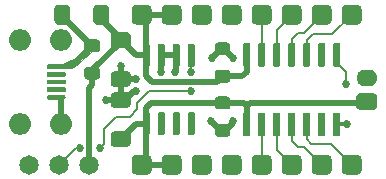
<source format=gtl>
G04 #@! TF.GenerationSoftware,KiCad,Pcbnew,(5.1.0-0)*
G04 #@! TF.CreationDate,2019-04-12T20:13:36-07:00*
G04 #@! TF.ProjectId,ap2112m-txb0104-module,61703231-3132-46d2-9d74-786230313034,rev?*
G04 #@! TF.SameCoordinates,Original*
G04 #@! TF.FileFunction,Copper,L1,Top*
G04 #@! TF.FilePolarity,Positive*
%FSLAX46Y46*%
G04 Gerber Fmt 4.6, Leading zero omitted, Abs format (unit mm)*
G04 Created by KiCad (PCBNEW (5.1.0-0)) date 2019-04-12 20:13:36*
%MOMM*%
%LPD*%
G04 APERTURE LIST*
%ADD10C,0.025400*%
%ADD11C,1.300000*%
%ADD12C,1.100000*%
%ADD13O,1.860000X1.860000*%
%ADD14C,0.400000*%
%ADD15C,1.700000*%
%ADD16O,1.778000X1.397000*%
%ADD17C,1.397000*%
%ADD18C,1.651000*%
%ADD19C,0.600000*%
%ADD20C,0.685800*%
%ADD21C,0.508000*%
%ADD22C,0.304800*%
%ADD23C,0.203200*%
G04 APERTURE END LIST*
D10*
G36*
X149908856Y-87361565D02*
G01*
X149940404Y-87366245D01*
X149971343Y-87373994D01*
X150001372Y-87384739D01*
X150030204Y-87398376D01*
X150057560Y-87414772D01*
X150083178Y-87433772D01*
X150106810Y-87455190D01*
X150128228Y-87478822D01*
X150147228Y-87504440D01*
X150163624Y-87531796D01*
X150177261Y-87560628D01*
X150188006Y-87590657D01*
X150195755Y-87621596D01*
X150200435Y-87653144D01*
X150202000Y-87685000D01*
X150202000Y-88335000D01*
X150200435Y-88366856D01*
X150195755Y-88398404D01*
X150188006Y-88429343D01*
X150177261Y-88459372D01*
X150163624Y-88488204D01*
X150147228Y-88515560D01*
X150128228Y-88541178D01*
X150106810Y-88564810D01*
X150083178Y-88586228D01*
X150057560Y-88605228D01*
X150030204Y-88621624D01*
X150001372Y-88635261D01*
X149971343Y-88646006D01*
X149940404Y-88653755D01*
X149908856Y-88658435D01*
X149877000Y-88660000D01*
X148827000Y-88660000D01*
X148795144Y-88658435D01*
X148763596Y-88653755D01*
X148732657Y-88646006D01*
X148702628Y-88635261D01*
X148673796Y-88621624D01*
X148646440Y-88605228D01*
X148620822Y-88586228D01*
X148597190Y-88564810D01*
X148575772Y-88541178D01*
X148556772Y-88515560D01*
X148540376Y-88488204D01*
X148526739Y-88459372D01*
X148515994Y-88429343D01*
X148508245Y-88398404D01*
X148503565Y-88366856D01*
X148502000Y-88335000D01*
X148502000Y-87685000D01*
X148503565Y-87653144D01*
X148508245Y-87621596D01*
X148515994Y-87590657D01*
X148526739Y-87560628D01*
X148540376Y-87531796D01*
X148556772Y-87504440D01*
X148575772Y-87478822D01*
X148597190Y-87455190D01*
X148620822Y-87433772D01*
X148646440Y-87414772D01*
X148673796Y-87398376D01*
X148702628Y-87384739D01*
X148732657Y-87373994D01*
X148763596Y-87366245D01*
X148795144Y-87361565D01*
X148827000Y-87360000D01*
X149877000Y-87360000D01*
X149908856Y-87361565D01*
X149908856Y-87361565D01*
G37*
D11*
X149352000Y-88010000D03*
D10*
G36*
X149908856Y-84061565D02*
G01*
X149940404Y-84066245D01*
X149971343Y-84073994D01*
X150001372Y-84084739D01*
X150030204Y-84098376D01*
X150057560Y-84114772D01*
X150083178Y-84133772D01*
X150106810Y-84155190D01*
X150128228Y-84178822D01*
X150147228Y-84204440D01*
X150163624Y-84231796D01*
X150177261Y-84260628D01*
X150188006Y-84290657D01*
X150195755Y-84321596D01*
X150200435Y-84353144D01*
X150202000Y-84385000D01*
X150202000Y-85035000D01*
X150200435Y-85066856D01*
X150195755Y-85098404D01*
X150188006Y-85129343D01*
X150177261Y-85159372D01*
X150163624Y-85188204D01*
X150147228Y-85215560D01*
X150128228Y-85241178D01*
X150106810Y-85264810D01*
X150083178Y-85286228D01*
X150057560Y-85305228D01*
X150030204Y-85321624D01*
X150001372Y-85335261D01*
X149971343Y-85346006D01*
X149940404Y-85353755D01*
X149908856Y-85358435D01*
X149877000Y-85360000D01*
X148827000Y-85360000D01*
X148795144Y-85358435D01*
X148763596Y-85353755D01*
X148732657Y-85346006D01*
X148702628Y-85335261D01*
X148673796Y-85321624D01*
X148646440Y-85305228D01*
X148620822Y-85286228D01*
X148597190Y-85264810D01*
X148575772Y-85241178D01*
X148556772Y-85215560D01*
X148540376Y-85188204D01*
X148526739Y-85159372D01*
X148515994Y-85129343D01*
X148508245Y-85098404D01*
X148503565Y-85066856D01*
X148502000Y-85035000D01*
X148502000Y-84385000D01*
X148503565Y-84353144D01*
X148508245Y-84321596D01*
X148515994Y-84290657D01*
X148526739Y-84260628D01*
X148540376Y-84231796D01*
X148556772Y-84204440D01*
X148575772Y-84178822D01*
X148597190Y-84155190D01*
X148620822Y-84133772D01*
X148646440Y-84114772D01*
X148673796Y-84098376D01*
X148702628Y-84084739D01*
X148732657Y-84073994D01*
X148763596Y-84066245D01*
X148795144Y-84061565D01*
X148827000Y-84060000D01*
X149877000Y-84060000D01*
X149908856Y-84061565D01*
X149908856Y-84061565D01*
G37*
D11*
X149352000Y-84710000D03*
D10*
G36*
X149908856Y-92441565D02*
G01*
X149940404Y-92446245D01*
X149971343Y-92453994D01*
X150001372Y-92464739D01*
X150030204Y-92478376D01*
X150057560Y-92494772D01*
X150083178Y-92513772D01*
X150106810Y-92535190D01*
X150128228Y-92558822D01*
X150147228Y-92584440D01*
X150163624Y-92611796D01*
X150177261Y-92640628D01*
X150188006Y-92670657D01*
X150195755Y-92701596D01*
X150200435Y-92733144D01*
X150202000Y-92765000D01*
X150202000Y-93415000D01*
X150200435Y-93446856D01*
X150195755Y-93478404D01*
X150188006Y-93509343D01*
X150177261Y-93539372D01*
X150163624Y-93568204D01*
X150147228Y-93595560D01*
X150128228Y-93621178D01*
X150106810Y-93644810D01*
X150083178Y-93666228D01*
X150057560Y-93685228D01*
X150030204Y-93701624D01*
X150001372Y-93715261D01*
X149971343Y-93726006D01*
X149940404Y-93733755D01*
X149908856Y-93738435D01*
X149877000Y-93740000D01*
X148827000Y-93740000D01*
X148795144Y-93738435D01*
X148763596Y-93733755D01*
X148732657Y-93726006D01*
X148702628Y-93715261D01*
X148673796Y-93701624D01*
X148646440Y-93685228D01*
X148620822Y-93666228D01*
X148597190Y-93644810D01*
X148575772Y-93621178D01*
X148556772Y-93595560D01*
X148540376Y-93568204D01*
X148526739Y-93539372D01*
X148515994Y-93509343D01*
X148508245Y-93478404D01*
X148503565Y-93446856D01*
X148502000Y-93415000D01*
X148502000Y-92765000D01*
X148503565Y-92733144D01*
X148508245Y-92701596D01*
X148515994Y-92670657D01*
X148526739Y-92640628D01*
X148540376Y-92611796D01*
X148556772Y-92584440D01*
X148575772Y-92558822D01*
X148597190Y-92535190D01*
X148620822Y-92513772D01*
X148646440Y-92494772D01*
X148673796Y-92478376D01*
X148702628Y-92464739D01*
X148732657Y-92453994D01*
X148763596Y-92446245D01*
X148795144Y-92441565D01*
X148827000Y-92440000D01*
X149877000Y-92440000D01*
X149908856Y-92441565D01*
X149908856Y-92441565D01*
G37*
D11*
X149352000Y-93090000D03*
D10*
G36*
X149908856Y-89141565D02*
G01*
X149940404Y-89146245D01*
X149971343Y-89153994D01*
X150001372Y-89164739D01*
X150030204Y-89178376D01*
X150057560Y-89194772D01*
X150083178Y-89213772D01*
X150106810Y-89235190D01*
X150128228Y-89258822D01*
X150147228Y-89284440D01*
X150163624Y-89311796D01*
X150177261Y-89340628D01*
X150188006Y-89370657D01*
X150195755Y-89401596D01*
X150200435Y-89433144D01*
X150202000Y-89465000D01*
X150202000Y-90115000D01*
X150200435Y-90146856D01*
X150195755Y-90178404D01*
X150188006Y-90209343D01*
X150177261Y-90239372D01*
X150163624Y-90268204D01*
X150147228Y-90295560D01*
X150128228Y-90321178D01*
X150106810Y-90344810D01*
X150083178Y-90366228D01*
X150057560Y-90385228D01*
X150030204Y-90401624D01*
X150001372Y-90415261D01*
X149971343Y-90426006D01*
X149940404Y-90433755D01*
X149908856Y-90438435D01*
X149877000Y-90440000D01*
X148827000Y-90440000D01*
X148795144Y-90438435D01*
X148763596Y-90433755D01*
X148732657Y-90426006D01*
X148702628Y-90415261D01*
X148673796Y-90401624D01*
X148646440Y-90385228D01*
X148620822Y-90366228D01*
X148597190Y-90344810D01*
X148575772Y-90321178D01*
X148556772Y-90295560D01*
X148540376Y-90268204D01*
X148526739Y-90239372D01*
X148515994Y-90209343D01*
X148508245Y-90178404D01*
X148503565Y-90146856D01*
X148502000Y-90115000D01*
X148502000Y-89465000D01*
X148503565Y-89433144D01*
X148508245Y-89401596D01*
X148515994Y-89370657D01*
X148526739Y-89340628D01*
X148540376Y-89311796D01*
X148556772Y-89284440D01*
X148575772Y-89258822D01*
X148597190Y-89235190D01*
X148620822Y-89213772D01*
X148646440Y-89194772D01*
X148673796Y-89178376D01*
X148702628Y-89164739D01*
X148732657Y-89153994D01*
X148763596Y-89146245D01*
X148795144Y-89141565D01*
X148827000Y-89140000D01*
X149877000Y-89140000D01*
X149908856Y-89141565D01*
X149908856Y-89141565D01*
G37*
D11*
X149352000Y-89790000D03*
D10*
G36*
X158389955Y-84915324D02*
G01*
X158416650Y-84919284D01*
X158442828Y-84925841D01*
X158468238Y-84934933D01*
X158492634Y-84946472D01*
X158515782Y-84960346D01*
X158537458Y-84976422D01*
X158557454Y-84994546D01*
X158575578Y-85014542D01*
X158591654Y-85036218D01*
X158605528Y-85059366D01*
X158617067Y-85083762D01*
X158626159Y-85109172D01*
X158632716Y-85135350D01*
X158636676Y-85162045D01*
X158638000Y-85189000D01*
X158638000Y-85739000D01*
X158636676Y-85765955D01*
X158632716Y-85792650D01*
X158626159Y-85818828D01*
X158617067Y-85844238D01*
X158605528Y-85868634D01*
X158591654Y-85891782D01*
X158575578Y-85913458D01*
X158557454Y-85933454D01*
X158537458Y-85951578D01*
X158515782Y-85967654D01*
X158492634Y-85981528D01*
X158468238Y-85993067D01*
X158442828Y-86002159D01*
X158416650Y-86008716D01*
X158389955Y-86012676D01*
X158363000Y-86014000D01*
X157613000Y-86014000D01*
X157586045Y-86012676D01*
X157559350Y-86008716D01*
X157533172Y-86002159D01*
X157507762Y-85993067D01*
X157483366Y-85981528D01*
X157460218Y-85967654D01*
X157438542Y-85951578D01*
X157418546Y-85933454D01*
X157400422Y-85913458D01*
X157384346Y-85891782D01*
X157370472Y-85868634D01*
X157358933Y-85844238D01*
X157349841Y-85818828D01*
X157343284Y-85792650D01*
X157339324Y-85765955D01*
X157338000Y-85739000D01*
X157338000Y-85189000D01*
X157339324Y-85162045D01*
X157343284Y-85135350D01*
X157349841Y-85109172D01*
X157358933Y-85083762D01*
X157370472Y-85059366D01*
X157384346Y-85036218D01*
X157400422Y-85014542D01*
X157418546Y-84994546D01*
X157438542Y-84976422D01*
X157460218Y-84960346D01*
X157483366Y-84946472D01*
X157507762Y-84934933D01*
X157533172Y-84925841D01*
X157559350Y-84919284D01*
X157586045Y-84915324D01*
X157613000Y-84914000D01*
X158363000Y-84914000D01*
X158389955Y-84915324D01*
X158389955Y-84915324D01*
G37*
D12*
X157988000Y-85464000D03*
D10*
G36*
X158389955Y-87215324D02*
G01*
X158416650Y-87219284D01*
X158442828Y-87225841D01*
X158468238Y-87234933D01*
X158492634Y-87246472D01*
X158515782Y-87260346D01*
X158537458Y-87276422D01*
X158557454Y-87294546D01*
X158575578Y-87314542D01*
X158591654Y-87336218D01*
X158605528Y-87359366D01*
X158617067Y-87383762D01*
X158626159Y-87409172D01*
X158632716Y-87435350D01*
X158636676Y-87462045D01*
X158638000Y-87489000D01*
X158638000Y-88039000D01*
X158636676Y-88065955D01*
X158632716Y-88092650D01*
X158626159Y-88118828D01*
X158617067Y-88144238D01*
X158605528Y-88168634D01*
X158591654Y-88191782D01*
X158575578Y-88213458D01*
X158557454Y-88233454D01*
X158537458Y-88251578D01*
X158515782Y-88267654D01*
X158492634Y-88281528D01*
X158468238Y-88293067D01*
X158442828Y-88302159D01*
X158416650Y-88308716D01*
X158389955Y-88312676D01*
X158363000Y-88314000D01*
X157613000Y-88314000D01*
X157586045Y-88312676D01*
X157559350Y-88308716D01*
X157533172Y-88302159D01*
X157507762Y-88293067D01*
X157483366Y-88281528D01*
X157460218Y-88267654D01*
X157438542Y-88251578D01*
X157418546Y-88233454D01*
X157400422Y-88213458D01*
X157384346Y-88191782D01*
X157370472Y-88168634D01*
X157358933Y-88144238D01*
X157349841Y-88118828D01*
X157343284Y-88092650D01*
X157339324Y-88065955D01*
X157338000Y-88039000D01*
X157338000Y-87489000D01*
X157339324Y-87462045D01*
X157343284Y-87435350D01*
X157349841Y-87409172D01*
X157358933Y-87383762D01*
X157370472Y-87359366D01*
X157384346Y-87336218D01*
X157400422Y-87314542D01*
X157418546Y-87294546D01*
X157438542Y-87276422D01*
X157460218Y-87260346D01*
X157483366Y-87246472D01*
X157507762Y-87234933D01*
X157533172Y-87225841D01*
X157559350Y-87219284D01*
X157586045Y-87215324D01*
X157613000Y-87214000D01*
X158363000Y-87214000D01*
X158389955Y-87215324D01*
X158389955Y-87215324D01*
G37*
D12*
X157988000Y-87764000D03*
D10*
G36*
X158389955Y-89487324D02*
G01*
X158416650Y-89491284D01*
X158442828Y-89497841D01*
X158468238Y-89506933D01*
X158492634Y-89518472D01*
X158515782Y-89532346D01*
X158537458Y-89548422D01*
X158557454Y-89566546D01*
X158575578Y-89586542D01*
X158591654Y-89608218D01*
X158605528Y-89631366D01*
X158617067Y-89655762D01*
X158626159Y-89681172D01*
X158632716Y-89707350D01*
X158636676Y-89734045D01*
X158638000Y-89761000D01*
X158638000Y-90311000D01*
X158636676Y-90337955D01*
X158632716Y-90364650D01*
X158626159Y-90390828D01*
X158617067Y-90416238D01*
X158605528Y-90440634D01*
X158591654Y-90463782D01*
X158575578Y-90485458D01*
X158557454Y-90505454D01*
X158537458Y-90523578D01*
X158515782Y-90539654D01*
X158492634Y-90553528D01*
X158468238Y-90565067D01*
X158442828Y-90574159D01*
X158416650Y-90580716D01*
X158389955Y-90584676D01*
X158363000Y-90586000D01*
X157613000Y-90586000D01*
X157586045Y-90584676D01*
X157559350Y-90580716D01*
X157533172Y-90574159D01*
X157507762Y-90565067D01*
X157483366Y-90553528D01*
X157460218Y-90539654D01*
X157438542Y-90523578D01*
X157418546Y-90505454D01*
X157400422Y-90485458D01*
X157384346Y-90463782D01*
X157370472Y-90440634D01*
X157358933Y-90416238D01*
X157349841Y-90390828D01*
X157343284Y-90364650D01*
X157339324Y-90337955D01*
X157338000Y-90311000D01*
X157338000Y-89761000D01*
X157339324Y-89734045D01*
X157343284Y-89707350D01*
X157349841Y-89681172D01*
X157358933Y-89655762D01*
X157370472Y-89631366D01*
X157384346Y-89608218D01*
X157400422Y-89586542D01*
X157418546Y-89566546D01*
X157438542Y-89548422D01*
X157460218Y-89532346D01*
X157483366Y-89518472D01*
X157507762Y-89506933D01*
X157533172Y-89497841D01*
X157559350Y-89491284D01*
X157586045Y-89487324D01*
X157613000Y-89486000D01*
X158363000Y-89486000D01*
X158389955Y-89487324D01*
X158389955Y-89487324D01*
G37*
D12*
X157988000Y-90036000D03*
D10*
G36*
X158389955Y-91787324D02*
G01*
X158416650Y-91791284D01*
X158442828Y-91797841D01*
X158468238Y-91806933D01*
X158492634Y-91818472D01*
X158515782Y-91832346D01*
X158537458Y-91848422D01*
X158557454Y-91866546D01*
X158575578Y-91886542D01*
X158591654Y-91908218D01*
X158605528Y-91931366D01*
X158617067Y-91955762D01*
X158626159Y-91981172D01*
X158632716Y-92007350D01*
X158636676Y-92034045D01*
X158638000Y-92061000D01*
X158638000Y-92611000D01*
X158636676Y-92637955D01*
X158632716Y-92664650D01*
X158626159Y-92690828D01*
X158617067Y-92716238D01*
X158605528Y-92740634D01*
X158591654Y-92763782D01*
X158575578Y-92785458D01*
X158557454Y-92805454D01*
X158537458Y-92823578D01*
X158515782Y-92839654D01*
X158492634Y-92853528D01*
X158468238Y-92865067D01*
X158442828Y-92874159D01*
X158416650Y-92880716D01*
X158389955Y-92884676D01*
X158363000Y-92886000D01*
X157613000Y-92886000D01*
X157586045Y-92884676D01*
X157559350Y-92880716D01*
X157533172Y-92874159D01*
X157507762Y-92865067D01*
X157483366Y-92853528D01*
X157460218Y-92839654D01*
X157438542Y-92823578D01*
X157418546Y-92805454D01*
X157400422Y-92785458D01*
X157384346Y-92763782D01*
X157370472Y-92740634D01*
X157358933Y-92716238D01*
X157349841Y-92690828D01*
X157343284Y-92664650D01*
X157339324Y-92637955D01*
X157338000Y-92611000D01*
X157338000Y-92061000D01*
X157339324Y-92034045D01*
X157343284Y-92007350D01*
X157349841Y-91981172D01*
X157358933Y-91955762D01*
X157370472Y-91931366D01*
X157384346Y-91908218D01*
X157400422Y-91886542D01*
X157418546Y-91866546D01*
X157438542Y-91848422D01*
X157460218Y-91832346D01*
X157483366Y-91818472D01*
X157507762Y-91806933D01*
X157533172Y-91797841D01*
X157559350Y-91791284D01*
X157586045Y-91787324D01*
X157613000Y-91786000D01*
X158363000Y-91786000D01*
X158389955Y-91787324D01*
X158389955Y-91787324D01*
G37*
D12*
X157988000Y-92336000D03*
D10*
G36*
X144756856Y-81701565D02*
G01*
X144788404Y-81706245D01*
X144819343Y-81713994D01*
X144849372Y-81724739D01*
X144878204Y-81738376D01*
X144905560Y-81754772D01*
X144931178Y-81773772D01*
X144954810Y-81795190D01*
X144976228Y-81818822D01*
X144995228Y-81844440D01*
X145011624Y-81871796D01*
X145025261Y-81900628D01*
X145036006Y-81930657D01*
X145043755Y-81961596D01*
X145048435Y-81993144D01*
X145050000Y-82025000D01*
X145050000Y-83075000D01*
X145048435Y-83106856D01*
X145043755Y-83138404D01*
X145036006Y-83169343D01*
X145025261Y-83199372D01*
X145011624Y-83228204D01*
X144995228Y-83255560D01*
X144976228Y-83281178D01*
X144954810Y-83304810D01*
X144931178Y-83326228D01*
X144905560Y-83345228D01*
X144878204Y-83361624D01*
X144849372Y-83375261D01*
X144819343Y-83386006D01*
X144788404Y-83393755D01*
X144756856Y-83398435D01*
X144725000Y-83400000D01*
X144075000Y-83400000D01*
X144043144Y-83398435D01*
X144011596Y-83393755D01*
X143980657Y-83386006D01*
X143950628Y-83375261D01*
X143921796Y-83361624D01*
X143894440Y-83345228D01*
X143868822Y-83326228D01*
X143845190Y-83304810D01*
X143823772Y-83281178D01*
X143804772Y-83255560D01*
X143788376Y-83228204D01*
X143774739Y-83199372D01*
X143763994Y-83169343D01*
X143756245Y-83138404D01*
X143751565Y-83106856D01*
X143750000Y-83075000D01*
X143750000Y-82025000D01*
X143751565Y-81993144D01*
X143756245Y-81961596D01*
X143763994Y-81930657D01*
X143774739Y-81900628D01*
X143788376Y-81871796D01*
X143804772Y-81844440D01*
X143823772Y-81818822D01*
X143845190Y-81795190D01*
X143868822Y-81773772D01*
X143894440Y-81754772D01*
X143921796Y-81738376D01*
X143950628Y-81724739D01*
X143980657Y-81713994D01*
X144011596Y-81706245D01*
X144043144Y-81701565D01*
X144075000Y-81700000D01*
X144725000Y-81700000D01*
X144756856Y-81701565D01*
X144756856Y-81701565D01*
G37*
D11*
X144400000Y-82550000D03*
D10*
G36*
X148056856Y-81701565D02*
G01*
X148088404Y-81706245D01*
X148119343Y-81713994D01*
X148149372Y-81724739D01*
X148178204Y-81738376D01*
X148205560Y-81754772D01*
X148231178Y-81773772D01*
X148254810Y-81795190D01*
X148276228Y-81818822D01*
X148295228Y-81844440D01*
X148311624Y-81871796D01*
X148325261Y-81900628D01*
X148336006Y-81930657D01*
X148343755Y-81961596D01*
X148348435Y-81993144D01*
X148350000Y-82025000D01*
X148350000Y-83075000D01*
X148348435Y-83106856D01*
X148343755Y-83138404D01*
X148336006Y-83169343D01*
X148325261Y-83199372D01*
X148311624Y-83228204D01*
X148295228Y-83255560D01*
X148276228Y-83281178D01*
X148254810Y-83304810D01*
X148231178Y-83326228D01*
X148205560Y-83345228D01*
X148178204Y-83361624D01*
X148149372Y-83375261D01*
X148119343Y-83386006D01*
X148088404Y-83393755D01*
X148056856Y-83398435D01*
X148025000Y-83400000D01*
X147375000Y-83400000D01*
X147343144Y-83398435D01*
X147311596Y-83393755D01*
X147280657Y-83386006D01*
X147250628Y-83375261D01*
X147221796Y-83361624D01*
X147194440Y-83345228D01*
X147168822Y-83326228D01*
X147145190Y-83304810D01*
X147123772Y-83281178D01*
X147104772Y-83255560D01*
X147088376Y-83228204D01*
X147074739Y-83199372D01*
X147063994Y-83169343D01*
X147056245Y-83138404D01*
X147051565Y-83106856D01*
X147050000Y-83075000D01*
X147050000Y-82025000D01*
X147051565Y-81993144D01*
X147056245Y-81961596D01*
X147063994Y-81930657D01*
X147074739Y-81900628D01*
X147088376Y-81871796D01*
X147104772Y-81844440D01*
X147123772Y-81818822D01*
X147145190Y-81795190D01*
X147168822Y-81773772D01*
X147194440Y-81754772D01*
X147221796Y-81738376D01*
X147250628Y-81724739D01*
X147280657Y-81713994D01*
X147311596Y-81706245D01*
X147343144Y-81701565D01*
X147375000Y-81700000D01*
X148025000Y-81700000D01*
X148056856Y-81701565D01*
X148056856Y-81701565D01*
G37*
D11*
X147700000Y-82550000D03*
D13*
X140850000Y-91840000D03*
X144300000Y-91840000D03*
D10*
G36*
X144519603Y-89365962D02*
G01*
X144539018Y-89368842D01*
X144558057Y-89373611D01*
X144576537Y-89380223D01*
X144594279Y-89388615D01*
X144611114Y-89398705D01*
X144626879Y-89410397D01*
X144641421Y-89423578D01*
X144654602Y-89438120D01*
X144666294Y-89453885D01*
X144676384Y-89470720D01*
X144684776Y-89488462D01*
X144691388Y-89506942D01*
X144696157Y-89525981D01*
X144699037Y-89545396D01*
X144700000Y-89564999D01*
X144700000Y-89565001D01*
X144699037Y-89584604D01*
X144696157Y-89604019D01*
X144691388Y-89623058D01*
X144684776Y-89641538D01*
X144676384Y-89659280D01*
X144666294Y-89676115D01*
X144654602Y-89691880D01*
X144641421Y-89706422D01*
X144626879Y-89719603D01*
X144611114Y-89731295D01*
X144594279Y-89741385D01*
X144576537Y-89749777D01*
X144558057Y-89756389D01*
X144539018Y-89761158D01*
X144519603Y-89764038D01*
X144500000Y-89765001D01*
X143300000Y-89765001D01*
X143280397Y-89764038D01*
X143260982Y-89761158D01*
X143241943Y-89756389D01*
X143223463Y-89749777D01*
X143205721Y-89741385D01*
X143188886Y-89731295D01*
X143173121Y-89719603D01*
X143158579Y-89706422D01*
X143145398Y-89691880D01*
X143133706Y-89676115D01*
X143123616Y-89659280D01*
X143115224Y-89641538D01*
X143108612Y-89623058D01*
X143103843Y-89604019D01*
X143100963Y-89584604D01*
X143100000Y-89565001D01*
X143100000Y-89564999D01*
X143100963Y-89545396D01*
X143103843Y-89525981D01*
X143108612Y-89506942D01*
X143115224Y-89488462D01*
X143123616Y-89470720D01*
X143133706Y-89453885D01*
X143145398Y-89438120D01*
X143158579Y-89423578D01*
X143173121Y-89410397D01*
X143188886Y-89398705D01*
X143205721Y-89388615D01*
X143223463Y-89380223D01*
X143241943Y-89373611D01*
X143260982Y-89368842D01*
X143280397Y-89365962D01*
X143300000Y-89364999D01*
X144500000Y-89364999D01*
X144519603Y-89365962D01*
X144519603Y-89365962D01*
G37*
D14*
X143900000Y-89565000D03*
D10*
G36*
X144609802Y-88715482D02*
G01*
X144619509Y-88716921D01*
X144629028Y-88719306D01*
X144638268Y-88722612D01*
X144647140Y-88726808D01*
X144655557Y-88731853D01*
X144663439Y-88737699D01*
X144670711Y-88744289D01*
X144677301Y-88751561D01*
X144683147Y-88759443D01*
X144688192Y-88767860D01*
X144692388Y-88776732D01*
X144695694Y-88785972D01*
X144698079Y-88795491D01*
X144699518Y-88805198D01*
X144700000Y-88815000D01*
X144700000Y-89015000D01*
X144699518Y-89024802D01*
X144698079Y-89034509D01*
X144695694Y-89044028D01*
X144692388Y-89053268D01*
X144688192Y-89062140D01*
X144683147Y-89070557D01*
X144677301Y-89078439D01*
X144670711Y-89085711D01*
X144663439Y-89092301D01*
X144655557Y-89098147D01*
X144647140Y-89103192D01*
X144638268Y-89107388D01*
X144629028Y-89110694D01*
X144619509Y-89113079D01*
X144609802Y-89114518D01*
X144600000Y-89115000D01*
X143200000Y-89115000D01*
X143190198Y-89114518D01*
X143180491Y-89113079D01*
X143170972Y-89110694D01*
X143161732Y-89107388D01*
X143152860Y-89103192D01*
X143144443Y-89098147D01*
X143136561Y-89092301D01*
X143129289Y-89085711D01*
X143122699Y-89078439D01*
X143116853Y-89070557D01*
X143111808Y-89062140D01*
X143107612Y-89053268D01*
X143104306Y-89044028D01*
X143101921Y-89034509D01*
X143100482Y-89024802D01*
X143100000Y-89015000D01*
X143100000Y-88815000D01*
X143100482Y-88805198D01*
X143101921Y-88795491D01*
X143104306Y-88785972D01*
X143107612Y-88776732D01*
X143111808Y-88767860D01*
X143116853Y-88759443D01*
X143122699Y-88751561D01*
X143129289Y-88744289D01*
X143136561Y-88737699D01*
X143144443Y-88731853D01*
X143152860Y-88726808D01*
X143161732Y-88722612D01*
X143170972Y-88719306D01*
X143180491Y-88716921D01*
X143190198Y-88715482D01*
X143200000Y-88715000D01*
X144600000Y-88715000D01*
X144609802Y-88715482D01*
X144609802Y-88715482D01*
G37*
D14*
X143900000Y-88915000D03*
D10*
G36*
X144609802Y-88065482D02*
G01*
X144619509Y-88066921D01*
X144629028Y-88069306D01*
X144638268Y-88072612D01*
X144647140Y-88076808D01*
X144655557Y-88081853D01*
X144663439Y-88087699D01*
X144670711Y-88094289D01*
X144677301Y-88101561D01*
X144683147Y-88109443D01*
X144688192Y-88117860D01*
X144692388Y-88126732D01*
X144695694Y-88135972D01*
X144698079Y-88145491D01*
X144699518Y-88155198D01*
X144700000Y-88165000D01*
X144700000Y-88365000D01*
X144699518Y-88374802D01*
X144698079Y-88384509D01*
X144695694Y-88394028D01*
X144692388Y-88403268D01*
X144688192Y-88412140D01*
X144683147Y-88420557D01*
X144677301Y-88428439D01*
X144670711Y-88435711D01*
X144663439Y-88442301D01*
X144655557Y-88448147D01*
X144647140Y-88453192D01*
X144638268Y-88457388D01*
X144629028Y-88460694D01*
X144619509Y-88463079D01*
X144609802Y-88464518D01*
X144600000Y-88465000D01*
X143200000Y-88465000D01*
X143190198Y-88464518D01*
X143180491Y-88463079D01*
X143170972Y-88460694D01*
X143161732Y-88457388D01*
X143152860Y-88453192D01*
X143144443Y-88448147D01*
X143136561Y-88442301D01*
X143129289Y-88435711D01*
X143122699Y-88428439D01*
X143116853Y-88420557D01*
X143111808Y-88412140D01*
X143107612Y-88403268D01*
X143104306Y-88394028D01*
X143101921Y-88384509D01*
X143100482Y-88374802D01*
X143100000Y-88365000D01*
X143100000Y-88165000D01*
X143100482Y-88155198D01*
X143101921Y-88145491D01*
X143104306Y-88135972D01*
X143107612Y-88126732D01*
X143111808Y-88117860D01*
X143116853Y-88109443D01*
X143122699Y-88101561D01*
X143129289Y-88094289D01*
X143136561Y-88087699D01*
X143144443Y-88081853D01*
X143152860Y-88076808D01*
X143161732Y-88072612D01*
X143170972Y-88069306D01*
X143180491Y-88066921D01*
X143190198Y-88065482D01*
X143200000Y-88065000D01*
X144600000Y-88065000D01*
X144609802Y-88065482D01*
X144609802Y-88065482D01*
G37*
D14*
X143900000Y-88265000D03*
D10*
G36*
X144609802Y-87415482D02*
G01*
X144619509Y-87416921D01*
X144629028Y-87419306D01*
X144638268Y-87422612D01*
X144647140Y-87426808D01*
X144655557Y-87431853D01*
X144663439Y-87437699D01*
X144670711Y-87444289D01*
X144677301Y-87451561D01*
X144683147Y-87459443D01*
X144688192Y-87467860D01*
X144692388Y-87476732D01*
X144695694Y-87485972D01*
X144698079Y-87495491D01*
X144699518Y-87505198D01*
X144700000Y-87515000D01*
X144700000Y-87715000D01*
X144699518Y-87724802D01*
X144698079Y-87734509D01*
X144695694Y-87744028D01*
X144692388Y-87753268D01*
X144688192Y-87762140D01*
X144683147Y-87770557D01*
X144677301Y-87778439D01*
X144670711Y-87785711D01*
X144663439Y-87792301D01*
X144655557Y-87798147D01*
X144647140Y-87803192D01*
X144638268Y-87807388D01*
X144629028Y-87810694D01*
X144619509Y-87813079D01*
X144609802Y-87814518D01*
X144600000Y-87815000D01*
X143200000Y-87815000D01*
X143190198Y-87814518D01*
X143180491Y-87813079D01*
X143170972Y-87810694D01*
X143161732Y-87807388D01*
X143152860Y-87803192D01*
X143144443Y-87798147D01*
X143136561Y-87792301D01*
X143129289Y-87785711D01*
X143122699Y-87778439D01*
X143116853Y-87770557D01*
X143111808Y-87762140D01*
X143107612Y-87753268D01*
X143104306Y-87744028D01*
X143101921Y-87734509D01*
X143100482Y-87724802D01*
X143100000Y-87715000D01*
X143100000Y-87515000D01*
X143100482Y-87505198D01*
X143101921Y-87495491D01*
X143104306Y-87485972D01*
X143107612Y-87476732D01*
X143111808Y-87467860D01*
X143116853Y-87459443D01*
X143122699Y-87451561D01*
X143129289Y-87444289D01*
X143136561Y-87437699D01*
X143144443Y-87431853D01*
X143152860Y-87426808D01*
X143161732Y-87422612D01*
X143170972Y-87419306D01*
X143180491Y-87416921D01*
X143190198Y-87415482D01*
X143200000Y-87415000D01*
X144600000Y-87415000D01*
X144609802Y-87415482D01*
X144609802Y-87415482D01*
G37*
D14*
X143900000Y-87615000D03*
D10*
G36*
X144519603Y-86765962D02*
G01*
X144539018Y-86768842D01*
X144558057Y-86773611D01*
X144576537Y-86780223D01*
X144594279Y-86788615D01*
X144611114Y-86798705D01*
X144626879Y-86810397D01*
X144641421Y-86823578D01*
X144654602Y-86838120D01*
X144666294Y-86853885D01*
X144676384Y-86870720D01*
X144684776Y-86888462D01*
X144691388Y-86906942D01*
X144696157Y-86925981D01*
X144699037Y-86945396D01*
X144700000Y-86964999D01*
X144700000Y-86965001D01*
X144699037Y-86984604D01*
X144696157Y-87004019D01*
X144691388Y-87023058D01*
X144684776Y-87041538D01*
X144676384Y-87059280D01*
X144666294Y-87076115D01*
X144654602Y-87091880D01*
X144641421Y-87106422D01*
X144626879Y-87119603D01*
X144611114Y-87131295D01*
X144594279Y-87141385D01*
X144576537Y-87149777D01*
X144558057Y-87156389D01*
X144539018Y-87161158D01*
X144519603Y-87164038D01*
X144500000Y-87165001D01*
X143300000Y-87165001D01*
X143280397Y-87164038D01*
X143260982Y-87161158D01*
X143241943Y-87156389D01*
X143223463Y-87149777D01*
X143205721Y-87141385D01*
X143188886Y-87131295D01*
X143173121Y-87119603D01*
X143158579Y-87106422D01*
X143145398Y-87091880D01*
X143133706Y-87076115D01*
X143123616Y-87059280D01*
X143115224Y-87041538D01*
X143108612Y-87023058D01*
X143103843Y-87004019D01*
X143100963Y-86984604D01*
X143100000Y-86965001D01*
X143100000Y-86964999D01*
X143100963Y-86945396D01*
X143103843Y-86925981D01*
X143108612Y-86906942D01*
X143115224Y-86888462D01*
X143123616Y-86870720D01*
X143133706Y-86853885D01*
X143145398Y-86838120D01*
X143158579Y-86823578D01*
X143173121Y-86810397D01*
X143188886Y-86798705D01*
X143205721Y-86788615D01*
X143223463Y-86780223D01*
X143241943Y-86773611D01*
X143260982Y-86768842D01*
X143280397Y-86765962D01*
X143300000Y-86764999D01*
X144500000Y-86764999D01*
X144519603Y-86765962D01*
X144519603Y-86765962D01*
G37*
D14*
X143900000Y-86965000D03*
D13*
X140850000Y-84690000D03*
X144300000Y-84690000D03*
D10*
G36*
X154136657Y-81702046D02*
G01*
X154177913Y-81708166D01*
X154218371Y-81718300D01*
X154257640Y-81732351D01*
X154295344Y-81750183D01*
X154331117Y-81771625D01*
X154364617Y-81796471D01*
X154395520Y-81824480D01*
X154423529Y-81855383D01*
X154448375Y-81888883D01*
X154469817Y-81924656D01*
X154487649Y-81962360D01*
X154501700Y-82001629D01*
X154511834Y-82042087D01*
X154517954Y-82083343D01*
X154520000Y-82125000D01*
X154520000Y-82975000D01*
X154517954Y-83016657D01*
X154511834Y-83057913D01*
X154501700Y-83098371D01*
X154487649Y-83137640D01*
X154469817Y-83175344D01*
X154448375Y-83211117D01*
X154423529Y-83244617D01*
X154395520Y-83275520D01*
X154364617Y-83303529D01*
X154331117Y-83328375D01*
X154295344Y-83349817D01*
X154257640Y-83367649D01*
X154218371Y-83381700D01*
X154177913Y-83391834D01*
X154136657Y-83397954D01*
X154095000Y-83400000D01*
X153245000Y-83400000D01*
X153203343Y-83397954D01*
X153162087Y-83391834D01*
X153121629Y-83381700D01*
X153082360Y-83367649D01*
X153044656Y-83349817D01*
X153008883Y-83328375D01*
X152975383Y-83303529D01*
X152944480Y-83275520D01*
X152916471Y-83244617D01*
X152891625Y-83211117D01*
X152870183Y-83175344D01*
X152852351Y-83137640D01*
X152838300Y-83098371D01*
X152828166Y-83057913D01*
X152822046Y-83016657D01*
X152820000Y-82975000D01*
X152820000Y-82125000D01*
X152822046Y-82083343D01*
X152828166Y-82042087D01*
X152838300Y-82001629D01*
X152852351Y-81962360D01*
X152870183Y-81924656D01*
X152891625Y-81888883D01*
X152916471Y-81855383D01*
X152944480Y-81824480D01*
X152975383Y-81796471D01*
X153008883Y-81771625D01*
X153044656Y-81750183D01*
X153082360Y-81732351D01*
X153121629Y-81718300D01*
X153162087Y-81708166D01*
X153203343Y-81702046D01*
X153245000Y-81700000D01*
X154095000Y-81700000D01*
X154136657Y-81702046D01*
X154136657Y-81702046D01*
G37*
D15*
X153670000Y-82550000D03*
D10*
G36*
X151596657Y-81702046D02*
G01*
X151637913Y-81708166D01*
X151678371Y-81718300D01*
X151717640Y-81732351D01*
X151755344Y-81750183D01*
X151791117Y-81771625D01*
X151824617Y-81796471D01*
X151855520Y-81824480D01*
X151883529Y-81855383D01*
X151908375Y-81888883D01*
X151929817Y-81924656D01*
X151947649Y-81962360D01*
X151961700Y-82001629D01*
X151971834Y-82042087D01*
X151977954Y-82083343D01*
X151980000Y-82125000D01*
X151980000Y-82975000D01*
X151977954Y-83016657D01*
X151971834Y-83057913D01*
X151961700Y-83098371D01*
X151947649Y-83137640D01*
X151929817Y-83175344D01*
X151908375Y-83211117D01*
X151883529Y-83244617D01*
X151855520Y-83275520D01*
X151824617Y-83303529D01*
X151791117Y-83328375D01*
X151755344Y-83349817D01*
X151717640Y-83367649D01*
X151678371Y-83381700D01*
X151637913Y-83391834D01*
X151596657Y-83397954D01*
X151555000Y-83400000D01*
X150705000Y-83400000D01*
X150663343Y-83397954D01*
X150622087Y-83391834D01*
X150581629Y-83381700D01*
X150542360Y-83367649D01*
X150504656Y-83349817D01*
X150468883Y-83328375D01*
X150435383Y-83303529D01*
X150404480Y-83275520D01*
X150376471Y-83244617D01*
X150351625Y-83211117D01*
X150330183Y-83175344D01*
X150312351Y-83137640D01*
X150298300Y-83098371D01*
X150288166Y-83057913D01*
X150282046Y-83016657D01*
X150280000Y-82975000D01*
X150280000Y-82125000D01*
X150282046Y-82083343D01*
X150288166Y-82042087D01*
X150298300Y-82001629D01*
X150312351Y-81962360D01*
X150330183Y-81924656D01*
X150351625Y-81888883D01*
X150376471Y-81855383D01*
X150404480Y-81824480D01*
X150435383Y-81796471D01*
X150468883Y-81771625D01*
X150504656Y-81750183D01*
X150542360Y-81732351D01*
X150581629Y-81718300D01*
X150622087Y-81708166D01*
X150663343Y-81702046D01*
X150705000Y-81700000D01*
X151555000Y-81700000D01*
X151596657Y-81702046D01*
X151596657Y-81702046D01*
G37*
D15*
X151130000Y-82550000D03*
D10*
G36*
X159216657Y-81702046D02*
G01*
X159257913Y-81708166D01*
X159298371Y-81718300D01*
X159337640Y-81732351D01*
X159375344Y-81750183D01*
X159411117Y-81771625D01*
X159444617Y-81796471D01*
X159475520Y-81824480D01*
X159503529Y-81855383D01*
X159528375Y-81888883D01*
X159549817Y-81924656D01*
X159567649Y-81962360D01*
X159581700Y-82001629D01*
X159591834Y-82042087D01*
X159597954Y-82083343D01*
X159600000Y-82125000D01*
X159600000Y-82975000D01*
X159597954Y-83016657D01*
X159591834Y-83057913D01*
X159581700Y-83098371D01*
X159567649Y-83137640D01*
X159549817Y-83175344D01*
X159528375Y-83211117D01*
X159503529Y-83244617D01*
X159475520Y-83275520D01*
X159444617Y-83303529D01*
X159411117Y-83328375D01*
X159375344Y-83349817D01*
X159337640Y-83367649D01*
X159298371Y-83381700D01*
X159257913Y-83391834D01*
X159216657Y-83397954D01*
X159175000Y-83400000D01*
X158325000Y-83400000D01*
X158283343Y-83397954D01*
X158242087Y-83391834D01*
X158201629Y-83381700D01*
X158162360Y-83367649D01*
X158124656Y-83349817D01*
X158088883Y-83328375D01*
X158055383Y-83303529D01*
X158024480Y-83275520D01*
X157996471Y-83244617D01*
X157971625Y-83211117D01*
X157950183Y-83175344D01*
X157932351Y-83137640D01*
X157918300Y-83098371D01*
X157908166Y-83057913D01*
X157902046Y-83016657D01*
X157900000Y-82975000D01*
X157900000Y-82125000D01*
X157902046Y-82083343D01*
X157908166Y-82042087D01*
X157918300Y-82001629D01*
X157932351Y-81962360D01*
X157950183Y-81924656D01*
X157971625Y-81888883D01*
X157996471Y-81855383D01*
X158024480Y-81824480D01*
X158055383Y-81796471D01*
X158088883Y-81771625D01*
X158124656Y-81750183D01*
X158162360Y-81732351D01*
X158201629Y-81718300D01*
X158242087Y-81708166D01*
X158283343Y-81702046D01*
X158325000Y-81700000D01*
X159175000Y-81700000D01*
X159216657Y-81702046D01*
X159216657Y-81702046D01*
G37*
D15*
X158750000Y-82550000D03*
D10*
G36*
X156676657Y-81702046D02*
G01*
X156717913Y-81708166D01*
X156758371Y-81718300D01*
X156797640Y-81732351D01*
X156835344Y-81750183D01*
X156871117Y-81771625D01*
X156904617Y-81796471D01*
X156935520Y-81824480D01*
X156963529Y-81855383D01*
X156988375Y-81888883D01*
X157009817Y-81924656D01*
X157027649Y-81962360D01*
X157041700Y-82001629D01*
X157051834Y-82042087D01*
X157057954Y-82083343D01*
X157060000Y-82125000D01*
X157060000Y-82975000D01*
X157057954Y-83016657D01*
X157051834Y-83057913D01*
X157041700Y-83098371D01*
X157027649Y-83137640D01*
X157009817Y-83175344D01*
X156988375Y-83211117D01*
X156963529Y-83244617D01*
X156935520Y-83275520D01*
X156904617Y-83303529D01*
X156871117Y-83328375D01*
X156835344Y-83349817D01*
X156797640Y-83367649D01*
X156758371Y-83381700D01*
X156717913Y-83391834D01*
X156676657Y-83397954D01*
X156635000Y-83400000D01*
X155785000Y-83400000D01*
X155743343Y-83397954D01*
X155702087Y-83391834D01*
X155661629Y-83381700D01*
X155622360Y-83367649D01*
X155584656Y-83349817D01*
X155548883Y-83328375D01*
X155515383Y-83303529D01*
X155484480Y-83275520D01*
X155456471Y-83244617D01*
X155431625Y-83211117D01*
X155410183Y-83175344D01*
X155392351Y-83137640D01*
X155378300Y-83098371D01*
X155368166Y-83057913D01*
X155362046Y-83016657D01*
X155360000Y-82975000D01*
X155360000Y-82125000D01*
X155362046Y-82083343D01*
X155368166Y-82042087D01*
X155378300Y-82001629D01*
X155392351Y-81962360D01*
X155410183Y-81924656D01*
X155431625Y-81888883D01*
X155456471Y-81855383D01*
X155484480Y-81824480D01*
X155515383Y-81796471D01*
X155548883Y-81771625D01*
X155584656Y-81750183D01*
X155622360Y-81732351D01*
X155661629Y-81718300D01*
X155702087Y-81708166D01*
X155743343Y-81702046D01*
X155785000Y-81700000D01*
X156635000Y-81700000D01*
X156676657Y-81702046D01*
X156676657Y-81702046D01*
G37*
D15*
X156210000Y-82550000D03*
D10*
G36*
X154136657Y-94402046D02*
G01*
X154177913Y-94408166D01*
X154218371Y-94418300D01*
X154257640Y-94432351D01*
X154295344Y-94450183D01*
X154331117Y-94471625D01*
X154364617Y-94496471D01*
X154395520Y-94524480D01*
X154423529Y-94555383D01*
X154448375Y-94588883D01*
X154469817Y-94624656D01*
X154487649Y-94662360D01*
X154501700Y-94701629D01*
X154511834Y-94742087D01*
X154517954Y-94783343D01*
X154520000Y-94825000D01*
X154520000Y-95675000D01*
X154517954Y-95716657D01*
X154511834Y-95757913D01*
X154501700Y-95798371D01*
X154487649Y-95837640D01*
X154469817Y-95875344D01*
X154448375Y-95911117D01*
X154423529Y-95944617D01*
X154395520Y-95975520D01*
X154364617Y-96003529D01*
X154331117Y-96028375D01*
X154295344Y-96049817D01*
X154257640Y-96067649D01*
X154218371Y-96081700D01*
X154177913Y-96091834D01*
X154136657Y-96097954D01*
X154095000Y-96100000D01*
X153245000Y-96100000D01*
X153203343Y-96097954D01*
X153162087Y-96091834D01*
X153121629Y-96081700D01*
X153082360Y-96067649D01*
X153044656Y-96049817D01*
X153008883Y-96028375D01*
X152975383Y-96003529D01*
X152944480Y-95975520D01*
X152916471Y-95944617D01*
X152891625Y-95911117D01*
X152870183Y-95875344D01*
X152852351Y-95837640D01*
X152838300Y-95798371D01*
X152828166Y-95757913D01*
X152822046Y-95716657D01*
X152820000Y-95675000D01*
X152820000Y-94825000D01*
X152822046Y-94783343D01*
X152828166Y-94742087D01*
X152838300Y-94701629D01*
X152852351Y-94662360D01*
X152870183Y-94624656D01*
X152891625Y-94588883D01*
X152916471Y-94555383D01*
X152944480Y-94524480D01*
X152975383Y-94496471D01*
X153008883Y-94471625D01*
X153044656Y-94450183D01*
X153082360Y-94432351D01*
X153121629Y-94418300D01*
X153162087Y-94408166D01*
X153203343Y-94402046D01*
X153245000Y-94400000D01*
X154095000Y-94400000D01*
X154136657Y-94402046D01*
X154136657Y-94402046D01*
G37*
D15*
X153670000Y-95250000D03*
D10*
G36*
X151596657Y-94402046D02*
G01*
X151637913Y-94408166D01*
X151678371Y-94418300D01*
X151717640Y-94432351D01*
X151755344Y-94450183D01*
X151791117Y-94471625D01*
X151824617Y-94496471D01*
X151855520Y-94524480D01*
X151883529Y-94555383D01*
X151908375Y-94588883D01*
X151929817Y-94624656D01*
X151947649Y-94662360D01*
X151961700Y-94701629D01*
X151971834Y-94742087D01*
X151977954Y-94783343D01*
X151980000Y-94825000D01*
X151980000Y-95675000D01*
X151977954Y-95716657D01*
X151971834Y-95757913D01*
X151961700Y-95798371D01*
X151947649Y-95837640D01*
X151929817Y-95875344D01*
X151908375Y-95911117D01*
X151883529Y-95944617D01*
X151855520Y-95975520D01*
X151824617Y-96003529D01*
X151791117Y-96028375D01*
X151755344Y-96049817D01*
X151717640Y-96067649D01*
X151678371Y-96081700D01*
X151637913Y-96091834D01*
X151596657Y-96097954D01*
X151555000Y-96100000D01*
X150705000Y-96100000D01*
X150663343Y-96097954D01*
X150622087Y-96091834D01*
X150581629Y-96081700D01*
X150542360Y-96067649D01*
X150504656Y-96049817D01*
X150468883Y-96028375D01*
X150435383Y-96003529D01*
X150404480Y-95975520D01*
X150376471Y-95944617D01*
X150351625Y-95911117D01*
X150330183Y-95875344D01*
X150312351Y-95837640D01*
X150298300Y-95798371D01*
X150288166Y-95757913D01*
X150282046Y-95716657D01*
X150280000Y-95675000D01*
X150280000Y-94825000D01*
X150282046Y-94783343D01*
X150288166Y-94742087D01*
X150298300Y-94701629D01*
X150312351Y-94662360D01*
X150330183Y-94624656D01*
X150351625Y-94588883D01*
X150376471Y-94555383D01*
X150404480Y-94524480D01*
X150435383Y-94496471D01*
X150468883Y-94471625D01*
X150504656Y-94450183D01*
X150542360Y-94432351D01*
X150581629Y-94418300D01*
X150622087Y-94408166D01*
X150663343Y-94402046D01*
X150705000Y-94400000D01*
X151555000Y-94400000D01*
X151596657Y-94402046D01*
X151596657Y-94402046D01*
G37*
D15*
X151130000Y-95250000D03*
D10*
G36*
X159216657Y-94402046D02*
G01*
X159257913Y-94408166D01*
X159298371Y-94418300D01*
X159337640Y-94432351D01*
X159375344Y-94450183D01*
X159411117Y-94471625D01*
X159444617Y-94496471D01*
X159475520Y-94524480D01*
X159503529Y-94555383D01*
X159528375Y-94588883D01*
X159549817Y-94624656D01*
X159567649Y-94662360D01*
X159581700Y-94701629D01*
X159591834Y-94742087D01*
X159597954Y-94783343D01*
X159600000Y-94825000D01*
X159600000Y-95675000D01*
X159597954Y-95716657D01*
X159591834Y-95757913D01*
X159581700Y-95798371D01*
X159567649Y-95837640D01*
X159549817Y-95875344D01*
X159528375Y-95911117D01*
X159503529Y-95944617D01*
X159475520Y-95975520D01*
X159444617Y-96003529D01*
X159411117Y-96028375D01*
X159375344Y-96049817D01*
X159337640Y-96067649D01*
X159298371Y-96081700D01*
X159257913Y-96091834D01*
X159216657Y-96097954D01*
X159175000Y-96100000D01*
X158325000Y-96100000D01*
X158283343Y-96097954D01*
X158242087Y-96091834D01*
X158201629Y-96081700D01*
X158162360Y-96067649D01*
X158124656Y-96049817D01*
X158088883Y-96028375D01*
X158055383Y-96003529D01*
X158024480Y-95975520D01*
X157996471Y-95944617D01*
X157971625Y-95911117D01*
X157950183Y-95875344D01*
X157932351Y-95837640D01*
X157918300Y-95798371D01*
X157908166Y-95757913D01*
X157902046Y-95716657D01*
X157900000Y-95675000D01*
X157900000Y-94825000D01*
X157902046Y-94783343D01*
X157908166Y-94742087D01*
X157918300Y-94701629D01*
X157932351Y-94662360D01*
X157950183Y-94624656D01*
X157971625Y-94588883D01*
X157996471Y-94555383D01*
X158024480Y-94524480D01*
X158055383Y-94496471D01*
X158088883Y-94471625D01*
X158124656Y-94450183D01*
X158162360Y-94432351D01*
X158201629Y-94418300D01*
X158242087Y-94408166D01*
X158283343Y-94402046D01*
X158325000Y-94400000D01*
X159175000Y-94400000D01*
X159216657Y-94402046D01*
X159216657Y-94402046D01*
G37*
D15*
X158750000Y-95250000D03*
D10*
G36*
X156676657Y-94402046D02*
G01*
X156717913Y-94408166D01*
X156758371Y-94418300D01*
X156797640Y-94432351D01*
X156835344Y-94450183D01*
X156871117Y-94471625D01*
X156904617Y-94496471D01*
X156935520Y-94524480D01*
X156963529Y-94555383D01*
X156988375Y-94588883D01*
X157009817Y-94624656D01*
X157027649Y-94662360D01*
X157041700Y-94701629D01*
X157051834Y-94742087D01*
X157057954Y-94783343D01*
X157060000Y-94825000D01*
X157060000Y-95675000D01*
X157057954Y-95716657D01*
X157051834Y-95757913D01*
X157041700Y-95798371D01*
X157027649Y-95837640D01*
X157009817Y-95875344D01*
X156988375Y-95911117D01*
X156963529Y-95944617D01*
X156935520Y-95975520D01*
X156904617Y-96003529D01*
X156871117Y-96028375D01*
X156835344Y-96049817D01*
X156797640Y-96067649D01*
X156758371Y-96081700D01*
X156717913Y-96091834D01*
X156676657Y-96097954D01*
X156635000Y-96100000D01*
X155785000Y-96100000D01*
X155743343Y-96097954D01*
X155702087Y-96091834D01*
X155661629Y-96081700D01*
X155622360Y-96067649D01*
X155584656Y-96049817D01*
X155548883Y-96028375D01*
X155515383Y-96003529D01*
X155484480Y-95975520D01*
X155456471Y-95944617D01*
X155431625Y-95911117D01*
X155410183Y-95875344D01*
X155392351Y-95837640D01*
X155378300Y-95798371D01*
X155368166Y-95757913D01*
X155362046Y-95716657D01*
X155360000Y-95675000D01*
X155360000Y-94825000D01*
X155362046Y-94783343D01*
X155368166Y-94742087D01*
X155378300Y-94701629D01*
X155392351Y-94662360D01*
X155410183Y-94624656D01*
X155431625Y-94588883D01*
X155456471Y-94555383D01*
X155484480Y-94524480D01*
X155515383Y-94496471D01*
X155548883Y-94471625D01*
X155584656Y-94450183D01*
X155622360Y-94432351D01*
X155661629Y-94418300D01*
X155702087Y-94408166D01*
X155743343Y-94402046D01*
X155785000Y-94400000D01*
X156635000Y-94400000D01*
X156676657Y-94402046D01*
X156676657Y-94402046D01*
G37*
D15*
X156210000Y-95250000D03*
D10*
G36*
X169376657Y-81702046D02*
G01*
X169417913Y-81708166D01*
X169458371Y-81718300D01*
X169497640Y-81732351D01*
X169535344Y-81750183D01*
X169571117Y-81771625D01*
X169604617Y-81796471D01*
X169635520Y-81824480D01*
X169663529Y-81855383D01*
X169688375Y-81888883D01*
X169709817Y-81924656D01*
X169727649Y-81962360D01*
X169741700Y-82001629D01*
X169751834Y-82042087D01*
X169757954Y-82083343D01*
X169760000Y-82125000D01*
X169760000Y-82975000D01*
X169757954Y-83016657D01*
X169751834Y-83057913D01*
X169741700Y-83098371D01*
X169727649Y-83137640D01*
X169709817Y-83175344D01*
X169688375Y-83211117D01*
X169663529Y-83244617D01*
X169635520Y-83275520D01*
X169604617Y-83303529D01*
X169571117Y-83328375D01*
X169535344Y-83349817D01*
X169497640Y-83367649D01*
X169458371Y-83381700D01*
X169417913Y-83391834D01*
X169376657Y-83397954D01*
X169335000Y-83400000D01*
X168485000Y-83400000D01*
X168443343Y-83397954D01*
X168402087Y-83391834D01*
X168361629Y-83381700D01*
X168322360Y-83367649D01*
X168284656Y-83349817D01*
X168248883Y-83328375D01*
X168215383Y-83303529D01*
X168184480Y-83275520D01*
X168156471Y-83244617D01*
X168131625Y-83211117D01*
X168110183Y-83175344D01*
X168092351Y-83137640D01*
X168078300Y-83098371D01*
X168068166Y-83057913D01*
X168062046Y-83016657D01*
X168060000Y-82975000D01*
X168060000Y-82125000D01*
X168062046Y-82083343D01*
X168068166Y-82042087D01*
X168078300Y-82001629D01*
X168092351Y-81962360D01*
X168110183Y-81924656D01*
X168131625Y-81888883D01*
X168156471Y-81855383D01*
X168184480Y-81824480D01*
X168215383Y-81796471D01*
X168248883Y-81771625D01*
X168284656Y-81750183D01*
X168322360Y-81732351D01*
X168361629Y-81718300D01*
X168402087Y-81708166D01*
X168443343Y-81702046D01*
X168485000Y-81700000D01*
X169335000Y-81700000D01*
X169376657Y-81702046D01*
X169376657Y-81702046D01*
G37*
D15*
X168910000Y-82550000D03*
D10*
G36*
X166836657Y-81702046D02*
G01*
X166877913Y-81708166D01*
X166918371Y-81718300D01*
X166957640Y-81732351D01*
X166995344Y-81750183D01*
X167031117Y-81771625D01*
X167064617Y-81796471D01*
X167095520Y-81824480D01*
X167123529Y-81855383D01*
X167148375Y-81888883D01*
X167169817Y-81924656D01*
X167187649Y-81962360D01*
X167201700Y-82001629D01*
X167211834Y-82042087D01*
X167217954Y-82083343D01*
X167220000Y-82125000D01*
X167220000Y-82975000D01*
X167217954Y-83016657D01*
X167211834Y-83057913D01*
X167201700Y-83098371D01*
X167187649Y-83137640D01*
X167169817Y-83175344D01*
X167148375Y-83211117D01*
X167123529Y-83244617D01*
X167095520Y-83275520D01*
X167064617Y-83303529D01*
X167031117Y-83328375D01*
X166995344Y-83349817D01*
X166957640Y-83367649D01*
X166918371Y-83381700D01*
X166877913Y-83391834D01*
X166836657Y-83397954D01*
X166795000Y-83400000D01*
X165945000Y-83400000D01*
X165903343Y-83397954D01*
X165862087Y-83391834D01*
X165821629Y-83381700D01*
X165782360Y-83367649D01*
X165744656Y-83349817D01*
X165708883Y-83328375D01*
X165675383Y-83303529D01*
X165644480Y-83275520D01*
X165616471Y-83244617D01*
X165591625Y-83211117D01*
X165570183Y-83175344D01*
X165552351Y-83137640D01*
X165538300Y-83098371D01*
X165528166Y-83057913D01*
X165522046Y-83016657D01*
X165520000Y-82975000D01*
X165520000Y-82125000D01*
X165522046Y-82083343D01*
X165528166Y-82042087D01*
X165538300Y-82001629D01*
X165552351Y-81962360D01*
X165570183Y-81924656D01*
X165591625Y-81888883D01*
X165616471Y-81855383D01*
X165644480Y-81824480D01*
X165675383Y-81796471D01*
X165708883Y-81771625D01*
X165744656Y-81750183D01*
X165782360Y-81732351D01*
X165821629Y-81718300D01*
X165862087Y-81708166D01*
X165903343Y-81702046D01*
X165945000Y-81700000D01*
X166795000Y-81700000D01*
X166836657Y-81702046D01*
X166836657Y-81702046D01*
G37*
D15*
X166370000Y-82550000D03*
D10*
G36*
X164296657Y-81702046D02*
G01*
X164337913Y-81708166D01*
X164378371Y-81718300D01*
X164417640Y-81732351D01*
X164455344Y-81750183D01*
X164491117Y-81771625D01*
X164524617Y-81796471D01*
X164555520Y-81824480D01*
X164583529Y-81855383D01*
X164608375Y-81888883D01*
X164629817Y-81924656D01*
X164647649Y-81962360D01*
X164661700Y-82001629D01*
X164671834Y-82042087D01*
X164677954Y-82083343D01*
X164680000Y-82125000D01*
X164680000Y-82975000D01*
X164677954Y-83016657D01*
X164671834Y-83057913D01*
X164661700Y-83098371D01*
X164647649Y-83137640D01*
X164629817Y-83175344D01*
X164608375Y-83211117D01*
X164583529Y-83244617D01*
X164555520Y-83275520D01*
X164524617Y-83303529D01*
X164491117Y-83328375D01*
X164455344Y-83349817D01*
X164417640Y-83367649D01*
X164378371Y-83381700D01*
X164337913Y-83391834D01*
X164296657Y-83397954D01*
X164255000Y-83400000D01*
X163405000Y-83400000D01*
X163363343Y-83397954D01*
X163322087Y-83391834D01*
X163281629Y-83381700D01*
X163242360Y-83367649D01*
X163204656Y-83349817D01*
X163168883Y-83328375D01*
X163135383Y-83303529D01*
X163104480Y-83275520D01*
X163076471Y-83244617D01*
X163051625Y-83211117D01*
X163030183Y-83175344D01*
X163012351Y-83137640D01*
X162998300Y-83098371D01*
X162988166Y-83057913D01*
X162982046Y-83016657D01*
X162980000Y-82975000D01*
X162980000Y-82125000D01*
X162982046Y-82083343D01*
X162988166Y-82042087D01*
X162998300Y-82001629D01*
X163012351Y-81962360D01*
X163030183Y-81924656D01*
X163051625Y-81888883D01*
X163076471Y-81855383D01*
X163104480Y-81824480D01*
X163135383Y-81796471D01*
X163168883Y-81771625D01*
X163204656Y-81750183D01*
X163242360Y-81732351D01*
X163281629Y-81718300D01*
X163322087Y-81708166D01*
X163363343Y-81702046D01*
X163405000Y-81700000D01*
X164255000Y-81700000D01*
X164296657Y-81702046D01*
X164296657Y-81702046D01*
G37*
D15*
X163830000Y-82550000D03*
D10*
G36*
X161756657Y-81702046D02*
G01*
X161797913Y-81708166D01*
X161838371Y-81718300D01*
X161877640Y-81732351D01*
X161915344Y-81750183D01*
X161951117Y-81771625D01*
X161984617Y-81796471D01*
X162015520Y-81824480D01*
X162043529Y-81855383D01*
X162068375Y-81888883D01*
X162089817Y-81924656D01*
X162107649Y-81962360D01*
X162121700Y-82001629D01*
X162131834Y-82042087D01*
X162137954Y-82083343D01*
X162140000Y-82125000D01*
X162140000Y-82975000D01*
X162137954Y-83016657D01*
X162131834Y-83057913D01*
X162121700Y-83098371D01*
X162107649Y-83137640D01*
X162089817Y-83175344D01*
X162068375Y-83211117D01*
X162043529Y-83244617D01*
X162015520Y-83275520D01*
X161984617Y-83303529D01*
X161951117Y-83328375D01*
X161915344Y-83349817D01*
X161877640Y-83367649D01*
X161838371Y-83381700D01*
X161797913Y-83391834D01*
X161756657Y-83397954D01*
X161715000Y-83400000D01*
X160865000Y-83400000D01*
X160823343Y-83397954D01*
X160782087Y-83391834D01*
X160741629Y-83381700D01*
X160702360Y-83367649D01*
X160664656Y-83349817D01*
X160628883Y-83328375D01*
X160595383Y-83303529D01*
X160564480Y-83275520D01*
X160536471Y-83244617D01*
X160511625Y-83211117D01*
X160490183Y-83175344D01*
X160472351Y-83137640D01*
X160458300Y-83098371D01*
X160448166Y-83057913D01*
X160442046Y-83016657D01*
X160440000Y-82975000D01*
X160440000Y-82125000D01*
X160442046Y-82083343D01*
X160448166Y-82042087D01*
X160458300Y-82001629D01*
X160472351Y-81962360D01*
X160490183Y-81924656D01*
X160511625Y-81888883D01*
X160536471Y-81855383D01*
X160564480Y-81824480D01*
X160595383Y-81796471D01*
X160628883Y-81771625D01*
X160664656Y-81750183D01*
X160702360Y-81732351D01*
X160741629Y-81718300D01*
X160782087Y-81708166D01*
X160823343Y-81702046D01*
X160865000Y-81700000D01*
X161715000Y-81700000D01*
X161756657Y-81702046D01*
X161756657Y-81702046D01*
G37*
D15*
X161290000Y-82550000D03*
D10*
G36*
X161756657Y-94402046D02*
G01*
X161797913Y-94408166D01*
X161838371Y-94418300D01*
X161877640Y-94432351D01*
X161915344Y-94450183D01*
X161951117Y-94471625D01*
X161984617Y-94496471D01*
X162015520Y-94524480D01*
X162043529Y-94555383D01*
X162068375Y-94588883D01*
X162089817Y-94624656D01*
X162107649Y-94662360D01*
X162121700Y-94701629D01*
X162131834Y-94742087D01*
X162137954Y-94783343D01*
X162140000Y-94825000D01*
X162140000Y-95675000D01*
X162137954Y-95716657D01*
X162131834Y-95757913D01*
X162121700Y-95798371D01*
X162107649Y-95837640D01*
X162089817Y-95875344D01*
X162068375Y-95911117D01*
X162043529Y-95944617D01*
X162015520Y-95975520D01*
X161984617Y-96003529D01*
X161951117Y-96028375D01*
X161915344Y-96049817D01*
X161877640Y-96067649D01*
X161838371Y-96081700D01*
X161797913Y-96091834D01*
X161756657Y-96097954D01*
X161715000Y-96100000D01*
X160865000Y-96100000D01*
X160823343Y-96097954D01*
X160782087Y-96091834D01*
X160741629Y-96081700D01*
X160702360Y-96067649D01*
X160664656Y-96049817D01*
X160628883Y-96028375D01*
X160595383Y-96003529D01*
X160564480Y-95975520D01*
X160536471Y-95944617D01*
X160511625Y-95911117D01*
X160490183Y-95875344D01*
X160472351Y-95837640D01*
X160458300Y-95798371D01*
X160448166Y-95757913D01*
X160442046Y-95716657D01*
X160440000Y-95675000D01*
X160440000Y-94825000D01*
X160442046Y-94783343D01*
X160448166Y-94742087D01*
X160458300Y-94701629D01*
X160472351Y-94662360D01*
X160490183Y-94624656D01*
X160511625Y-94588883D01*
X160536471Y-94555383D01*
X160564480Y-94524480D01*
X160595383Y-94496471D01*
X160628883Y-94471625D01*
X160664656Y-94450183D01*
X160702360Y-94432351D01*
X160741629Y-94418300D01*
X160782087Y-94408166D01*
X160823343Y-94402046D01*
X160865000Y-94400000D01*
X161715000Y-94400000D01*
X161756657Y-94402046D01*
X161756657Y-94402046D01*
G37*
D15*
X161290000Y-95250000D03*
D10*
G36*
X164296657Y-94402046D02*
G01*
X164337913Y-94408166D01*
X164378371Y-94418300D01*
X164417640Y-94432351D01*
X164455344Y-94450183D01*
X164491117Y-94471625D01*
X164524617Y-94496471D01*
X164555520Y-94524480D01*
X164583529Y-94555383D01*
X164608375Y-94588883D01*
X164629817Y-94624656D01*
X164647649Y-94662360D01*
X164661700Y-94701629D01*
X164671834Y-94742087D01*
X164677954Y-94783343D01*
X164680000Y-94825000D01*
X164680000Y-95675000D01*
X164677954Y-95716657D01*
X164671834Y-95757913D01*
X164661700Y-95798371D01*
X164647649Y-95837640D01*
X164629817Y-95875344D01*
X164608375Y-95911117D01*
X164583529Y-95944617D01*
X164555520Y-95975520D01*
X164524617Y-96003529D01*
X164491117Y-96028375D01*
X164455344Y-96049817D01*
X164417640Y-96067649D01*
X164378371Y-96081700D01*
X164337913Y-96091834D01*
X164296657Y-96097954D01*
X164255000Y-96100000D01*
X163405000Y-96100000D01*
X163363343Y-96097954D01*
X163322087Y-96091834D01*
X163281629Y-96081700D01*
X163242360Y-96067649D01*
X163204656Y-96049817D01*
X163168883Y-96028375D01*
X163135383Y-96003529D01*
X163104480Y-95975520D01*
X163076471Y-95944617D01*
X163051625Y-95911117D01*
X163030183Y-95875344D01*
X163012351Y-95837640D01*
X162998300Y-95798371D01*
X162988166Y-95757913D01*
X162982046Y-95716657D01*
X162980000Y-95675000D01*
X162980000Y-94825000D01*
X162982046Y-94783343D01*
X162988166Y-94742087D01*
X162998300Y-94701629D01*
X163012351Y-94662360D01*
X163030183Y-94624656D01*
X163051625Y-94588883D01*
X163076471Y-94555383D01*
X163104480Y-94524480D01*
X163135383Y-94496471D01*
X163168883Y-94471625D01*
X163204656Y-94450183D01*
X163242360Y-94432351D01*
X163281629Y-94418300D01*
X163322087Y-94408166D01*
X163363343Y-94402046D01*
X163405000Y-94400000D01*
X164255000Y-94400000D01*
X164296657Y-94402046D01*
X164296657Y-94402046D01*
G37*
D15*
X163830000Y-95250000D03*
D10*
G36*
X166836657Y-94402046D02*
G01*
X166877913Y-94408166D01*
X166918371Y-94418300D01*
X166957640Y-94432351D01*
X166995344Y-94450183D01*
X167031117Y-94471625D01*
X167064617Y-94496471D01*
X167095520Y-94524480D01*
X167123529Y-94555383D01*
X167148375Y-94588883D01*
X167169817Y-94624656D01*
X167187649Y-94662360D01*
X167201700Y-94701629D01*
X167211834Y-94742087D01*
X167217954Y-94783343D01*
X167220000Y-94825000D01*
X167220000Y-95675000D01*
X167217954Y-95716657D01*
X167211834Y-95757913D01*
X167201700Y-95798371D01*
X167187649Y-95837640D01*
X167169817Y-95875344D01*
X167148375Y-95911117D01*
X167123529Y-95944617D01*
X167095520Y-95975520D01*
X167064617Y-96003529D01*
X167031117Y-96028375D01*
X166995344Y-96049817D01*
X166957640Y-96067649D01*
X166918371Y-96081700D01*
X166877913Y-96091834D01*
X166836657Y-96097954D01*
X166795000Y-96100000D01*
X165945000Y-96100000D01*
X165903343Y-96097954D01*
X165862087Y-96091834D01*
X165821629Y-96081700D01*
X165782360Y-96067649D01*
X165744656Y-96049817D01*
X165708883Y-96028375D01*
X165675383Y-96003529D01*
X165644480Y-95975520D01*
X165616471Y-95944617D01*
X165591625Y-95911117D01*
X165570183Y-95875344D01*
X165552351Y-95837640D01*
X165538300Y-95798371D01*
X165528166Y-95757913D01*
X165522046Y-95716657D01*
X165520000Y-95675000D01*
X165520000Y-94825000D01*
X165522046Y-94783343D01*
X165528166Y-94742087D01*
X165538300Y-94701629D01*
X165552351Y-94662360D01*
X165570183Y-94624656D01*
X165591625Y-94588883D01*
X165616471Y-94555383D01*
X165644480Y-94524480D01*
X165675383Y-94496471D01*
X165708883Y-94471625D01*
X165744656Y-94450183D01*
X165782360Y-94432351D01*
X165821629Y-94418300D01*
X165862087Y-94408166D01*
X165903343Y-94402046D01*
X165945000Y-94400000D01*
X166795000Y-94400000D01*
X166836657Y-94402046D01*
X166836657Y-94402046D01*
G37*
D15*
X166370000Y-95250000D03*
D10*
G36*
X169376657Y-94402046D02*
G01*
X169417913Y-94408166D01*
X169458371Y-94418300D01*
X169497640Y-94432351D01*
X169535344Y-94450183D01*
X169571117Y-94471625D01*
X169604617Y-94496471D01*
X169635520Y-94524480D01*
X169663529Y-94555383D01*
X169688375Y-94588883D01*
X169709817Y-94624656D01*
X169727649Y-94662360D01*
X169741700Y-94701629D01*
X169751834Y-94742087D01*
X169757954Y-94783343D01*
X169760000Y-94825000D01*
X169760000Y-95675000D01*
X169757954Y-95716657D01*
X169751834Y-95757913D01*
X169741700Y-95798371D01*
X169727649Y-95837640D01*
X169709817Y-95875344D01*
X169688375Y-95911117D01*
X169663529Y-95944617D01*
X169635520Y-95975520D01*
X169604617Y-96003529D01*
X169571117Y-96028375D01*
X169535344Y-96049817D01*
X169497640Y-96067649D01*
X169458371Y-96081700D01*
X169417913Y-96091834D01*
X169376657Y-96097954D01*
X169335000Y-96100000D01*
X168485000Y-96100000D01*
X168443343Y-96097954D01*
X168402087Y-96091834D01*
X168361629Y-96081700D01*
X168322360Y-96067649D01*
X168284656Y-96049817D01*
X168248883Y-96028375D01*
X168215383Y-96003529D01*
X168184480Y-95975520D01*
X168156471Y-95944617D01*
X168131625Y-95911117D01*
X168110183Y-95875344D01*
X168092351Y-95837640D01*
X168078300Y-95798371D01*
X168068166Y-95757913D01*
X168062046Y-95716657D01*
X168060000Y-95675000D01*
X168060000Y-94825000D01*
X168062046Y-94783343D01*
X168068166Y-94742087D01*
X168078300Y-94701629D01*
X168092351Y-94662360D01*
X168110183Y-94624656D01*
X168131625Y-94588883D01*
X168156471Y-94555383D01*
X168184480Y-94524480D01*
X168215383Y-94496471D01*
X168248883Y-94471625D01*
X168284656Y-94450183D01*
X168322360Y-94432351D01*
X168361629Y-94418300D01*
X168402087Y-94408166D01*
X168443343Y-94402046D01*
X168485000Y-94400000D01*
X169335000Y-94400000D01*
X169376657Y-94402046D01*
X169376657Y-94402046D01*
G37*
D15*
X168910000Y-95250000D03*
D10*
G36*
X147340955Y-84661324D02*
G01*
X147367650Y-84665284D01*
X147393828Y-84671841D01*
X147419238Y-84680933D01*
X147443634Y-84692472D01*
X147466782Y-84706346D01*
X147488458Y-84722422D01*
X147508454Y-84740546D01*
X147526578Y-84760542D01*
X147542654Y-84782218D01*
X147556528Y-84805366D01*
X147568067Y-84829762D01*
X147577159Y-84855172D01*
X147583716Y-84881350D01*
X147587676Y-84908045D01*
X147589000Y-84935000D01*
X147589000Y-85485000D01*
X147587676Y-85511955D01*
X147583716Y-85538650D01*
X147577159Y-85564828D01*
X147568067Y-85590238D01*
X147556528Y-85614634D01*
X147542654Y-85637782D01*
X147526578Y-85659458D01*
X147508454Y-85679454D01*
X147488458Y-85697578D01*
X147466782Y-85713654D01*
X147443634Y-85727528D01*
X147419238Y-85739067D01*
X147393828Y-85748159D01*
X147367650Y-85754716D01*
X147340955Y-85758676D01*
X147314000Y-85760000D01*
X146564000Y-85760000D01*
X146537045Y-85758676D01*
X146510350Y-85754716D01*
X146484172Y-85748159D01*
X146458762Y-85739067D01*
X146434366Y-85727528D01*
X146411218Y-85713654D01*
X146389542Y-85697578D01*
X146369546Y-85679454D01*
X146351422Y-85659458D01*
X146335346Y-85637782D01*
X146321472Y-85614634D01*
X146309933Y-85590238D01*
X146300841Y-85564828D01*
X146294284Y-85538650D01*
X146290324Y-85511955D01*
X146289000Y-85485000D01*
X146289000Y-84935000D01*
X146290324Y-84908045D01*
X146294284Y-84881350D01*
X146300841Y-84855172D01*
X146309933Y-84829762D01*
X146321472Y-84805366D01*
X146335346Y-84782218D01*
X146351422Y-84760542D01*
X146369546Y-84740546D01*
X146389542Y-84722422D01*
X146411218Y-84706346D01*
X146434366Y-84692472D01*
X146458762Y-84680933D01*
X146484172Y-84671841D01*
X146510350Y-84665284D01*
X146537045Y-84661324D01*
X146564000Y-84660000D01*
X147314000Y-84660000D01*
X147340955Y-84661324D01*
X147340955Y-84661324D01*
G37*
D12*
X146939000Y-85210000D03*
D10*
G36*
X147340955Y-86961324D02*
G01*
X147367650Y-86965284D01*
X147393828Y-86971841D01*
X147419238Y-86980933D01*
X147443634Y-86992472D01*
X147466782Y-87006346D01*
X147488458Y-87022422D01*
X147508454Y-87040546D01*
X147526578Y-87060542D01*
X147542654Y-87082218D01*
X147556528Y-87105366D01*
X147568067Y-87129762D01*
X147577159Y-87155172D01*
X147583716Y-87181350D01*
X147587676Y-87208045D01*
X147589000Y-87235000D01*
X147589000Y-87785000D01*
X147587676Y-87811955D01*
X147583716Y-87838650D01*
X147577159Y-87864828D01*
X147568067Y-87890238D01*
X147556528Y-87914634D01*
X147542654Y-87937782D01*
X147526578Y-87959458D01*
X147508454Y-87979454D01*
X147488458Y-87997578D01*
X147466782Y-88013654D01*
X147443634Y-88027528D01*
X147419238Y-88039067D01*
X147393828Y-88048159D01*
X147367650Y-88054716D01*
X147340955Y-88058676D01*
X147314000Y-88060000D01*
X146564000Y-88060000D01*
X146537045Y-88058676D01*
X146510350Y-88054716D01*
X146484172Y-88048159D01*
X146458762Y-88039067D01*
X146434366Y-88027528D01*
X146411218Y-88013654D01*
X146389542Y-87997578D01*
X146369546Y-87979454D01*
X146351422Y-87959458D01*
X146335346Y-87937782D01*
X146321472Y-87914634D01*
X146309933Y-87890238D01*
X146300841Y-87864828D01*
X146294284Y-87838650D01*
X146290324Y-87811955D01*
X146289000Y-87785000D01*
X146289000Y-87235000D01*
X146290324Y-87208045D01*
X146294284Y-87181350D01*
X146300841Y-87155172D01*
X146309933Y-87129762D01*
X146321472Y-87105366D01*
X146335346Y-87082218D01*
X146351422Y-87060542D01*
X146369546Y-87040546D01*
X146389542Y-87022422D01*
X146411218Y-87006346D01*
X146434366Y-86992472D01*
X146458762Y-86980933D01*
X146484172Y-86971841D01*
X146510350Y-86965284D01*
X146537045Y-86961324D01*
X146564000Y-86960000D01*
X147314000Y-86960000D01*
X147340955Y-86961324D01*
X147340955Y-86961324D01*
G37*
D12*
X146939000Y-87510000D03*
D16*
X170180000Y-87916000D03*
D10*
G36*
X170753982Y-89219182D02*
G01*
X170787885Y-89224211D01*
X170821132Y-89232539D01*
X170853402Y-89244085D01*
X170884385Y-89258739D01*
X170913783Y-89276359D01*
X170941312Y-89296776D01*
X170966707Y-89319793D01*
X170989724Y-89345188D01*
X171010141Y-89372717D01*
X171027761Y-89402115D01*
X171042415Y-89433098D01*
X171053961Y-89465368D01*
X171062289Y-89498615D01*
X171067318Y-89532518D01*
X171069000Y-89566750D01*
X171069000Y-90265250D01*
X171067318Y-90299482D01*
X171062289Y-90333385D01*
X171053961Y-90366632D01*
X171042415Y-90398902D01*
X171027761Y-90429885D01*
X171010141Y-90459283D01*
X170989724Y-90486812D01*
X170966707Y-90512207D01*
X170941312Y-90535224D01*
X170913783Y-90555641D01*
X170884385Y-90573261D01*
X170853402Y-90587915D01*
X170821132Y-90599461D01*
X170787885Y-90607789D01*
X170753982Y-90612818D01*
X170719750Y-90614500D01*
X169640250Y-90614500D01*
X169606018Y-90612818D01*
X169572115Y-90607789D01*
X169538868Y-90599461D01*
X169506598Y-90587915D01*
X169475615Y-90573261D01*
X169446217Y-90555641D01*
X169418688Y-90535224D01*
X169393293Y-90512207D01*
X169370276Y-90486812D01*
X169349859Y-90459283D01*
X169332239Y-90429885D01*
X169317585Y-90398902D01*
X169306039Y-90366632D01*
X169297711Y-90333385D01*
X169292682Y-90299482D01*
X169291000Y-90265250D01*
X169291000Y-89566750D01*
X169292682Y-89532518D01*
X169297711Y-89498615D01*
X169306039Y-89465368D01*
X169317585Y-89433098D01*
X169332239Y-89402115D01*
X169349859Y-89372717D01*
X169370276Y-89345188D01*
X169393293Y-89319793D01*
X169418688Y-89296776D01*
X169446217Y-89276359D01*
X169475615Y-89258739D01*
X169506598Y-89244085D01*
X169538868Y-89232539D01*
X169572115Y-89224211D01*
X169606018Y-89219182D01*
X169640250Y-89217500D01*
X170719750Y-89217500D01*
X170753982Y-89219182D01*
X170753982Y-89219182D01*
G37*
D17*
X170180000Y-89916000D03*
D18*
X141605000Y-95250000D03*
X144145000Y-95250000D03*
X146685000Y-95250000D03*
D10*
G36*
X151675703Y-85025722D02*
G01*
X151690264Y-85027882D01*
X151704543Y-85031459D01*
X151718403Y-85036418D01*
X151731710Y-85042712D01*
X151744336Y-85050280D01*
X151756159Y-85059048D01*
X151767066Y-85068934D01*
X151776952Y-85079841D01*
X151785720Y-85091664D01*
X151793288Y-85104290D01*
X151799582Y-85117597D01*
X151804541Y-85131457D01*
X151808118Y-85145736D01*
X151810278Y-85160297D01*
X151811000Y-85175000D01*
X151811000Y-86825000D01*
X151810278Y-86839703D01*
X151808118Y-86854264D01*
X151804541Y-86868543D01*
X151799582Y-86882403D01*
X151793288Y-86895710D01*
X151785720Y-86908336D01*
X151776952Y-86920159D01*
X151767066Y-86931066D01*
X151756159Y-86940952D01*
X151744336Y-86949720D01*
X151731710Y-86957288D01*
X151718403Y-86963582D01*
X151704543Y-86968541D01*
X151690264Y-86972118D01*
X151675703Y-86974278D01*
X151661000Y-86975000D01*
X151361000Y-86975000D01*
X151346297Y-86974278D01*
X151331736Y-86972118D01*
X151317457Y-86968541D01*
X151303597Y-86963582D01*
X151290290Y-86957288D01*
X151277664Y-86949720D01*
X151265841Y-86940952D01*
X151254934Y-86931066D01*
X151245048Y-86920159D01*
X151236280Y-86908336D01*
X151228712Y-86895710D01*
X151222418Y-86882403D01*
X151217459Y-86868543D01*
X151213882Y-86854264D01*
X151211722Y-86839703D01*
X151211000Y-86825000D01*
X151211000Y-85175000D01*
X151211722Y-85160297D01*
X151213882Y-85145736D01*
X151217459Y-85131457D01*
X151222418Y-85117597D01*
X151228712Y-85104290D01*
X151236280Y-85091664D01*
X151245048Y-85079841D01*
X151254934Y-85068934D01*
X151265841Y-85059048D01*
X151277664Y-85050280D01*
X151290290Y-85042712D01*
X151303597Y-85036418D01*
X151317457Y-85031459D01*
X151331736Y-85027882D01*
X151346297Y-85025722D01*
X151361000Y-85025000D01*
X151661000Y-85025000D01*
X151675703Y-85025722D01*
X151675703Y-85025722D01*
G37*
D19*
X151511000Y-86000000D03*
D10*
G36*
X152945703Y-85025722D02*
G01*
X152960264Y-85027882D01*
X152974543Y-85031459D01*
X152988403Y-85036418D01*
X153001710Y-85042712D01*
X153014336Y-85050280D01*
X153026159Y-85059048D01*
X153037066Y-85068934D01*
X153046952Y-85079841D01*
X153055720Y-85091664D01*
X153063288Y-85104290D01*
X153069582Y-85117597D01*
X153074541Y-85131457D01*
X153078118Y-85145736D01*
X153080278Y-85160297D01*
X153081000Y-85175000D01*
X153081000Y-86825000D01*
X153080278Y-86839703D01*
X153078118Y-86854264D01*
X153074541Y-86868543D01*
X153069582Y-86882403D01*
X153063288Y-86895710D01*
X153055720Y-86908336D01*
X153046952Y-86920159D01*
X153037066Y-86931066D01*
X153026159Y-86940952D01*
X153014336Y-86949720D01*
X153001710Y-86957288D01*
X152988403Y-86963582D01*
X152974543Y-86968541D01*
X152960264Y-86972118D01*
X152945703Y-86974278D01*
X152931000Y-86975000D01*
X152631000Y-86975000D01*
X152616297Y-86974278D01*
X152601736Y-86972118D01*
X152587457Y-86968541D01*
X152573597Y-86963582D01*
X152560290Y-86957288D01*
X152547664Y-86949720D01*
X152535841Y-86940952D01*
X152524934Y-86931066D01*
X152515048Y-86920159D01*
X152506280Y-86908336D01*
X152498712Y-86895710D01*
X152492418Y-86882403D01*
X152487459Y-86868543D01*
X152483882Y-86854264D01*
X152481722Y-86839703D01*
X152481000Y-86825000D01*
X152481000Y-85175000D01*
X152481722Y-85160297D01*
X152483882Y-85145736D01*
X152487459Y-85131457D01*
X152492418Y-85117597D01*
X152498712Y-85104290D01*
X152506280Y-85091664D01*
X152515048Y-85079841D01*
X152524934Y-85068934D01*
X152535841Y-85059048D01*
X152547664Y-85050280D01*
X152560290Y-85042712D01*
X152573597Y-85036418D01*
X152587457Y-85031459D01*
X152601736Y-85027882D01*
X152616297Y-85025722D01*
X152631000Y-85025000D01*
X152931000Y-85025000D01*
X152945703Y-85025722D01*
X152945703Y-85025722D01*
G37*
D19*
X152781000Y-86000000D03*
D10*
G36*
X154215703Y-85025722D02*
G01*
X154230264Y-85027882D01*
X154244543Y-85031459D01*
X154258403Y-85036418D01*
X154271710Y-85042712D01*
X154284336Y-85050280D01*
X154296159Y-85059048D01*
X154307066Y-85068934D01*
X154316952Y-85079841D01*
X154325720Y-85091664D01*
X154333288Y-85104290D01*
X154339582Y-85117597D01*
X154344541Y-85131457D01*
X154348118Y-85145736D01*
X154350278Y-85160297D01*
X154351000Y-85175000D01*
X154351000Y-86825000D01*
X154350278Y-86839703D01*
X154348118Y-86854264D01*
X154344541Y-86868543D01*
X154339582Y-86882403D01*
X154333288Y-86895710D01*
X154325720Y-86908336D01*
X154316952Y-86920159D01*
X154307066Y-86931066D01*
X154296159Y-86940952D01*
X154284336Y-86949720D01*
X154271710Y-86957288D01*
X154258403Y-86963582D01*
X154244543Y-86968541D01*
X154230264Y-86972118D01*
X154215703Y-86974278D01*
X154201000Y-86975000D01*
X153901000Y-86975000D01*
X153886297Y-86974278D01*
X153871736Y-86972118D01*
X153857457Y-86968541D01*
X153843597Y-86963582D01*
X153830290Y-86957288D01*
X153817664Y-86949720D01*
X153805841Y-86940952D01*
X153794934Y-86931066D01*
X153785048Y-86920159D01*
X153776280Y-86908336D01*
X153768712Y-86895710D01*
X153762418Y-86882403D01*
X153757459Y-86868543D01*
X153753882Y-86854264D01*
X153751722Y-86839703D01*
X153751000Y-86825000D01*
X153751000Y-85175000D01*
X153751722Y-85160297D01*
X153753882Y-85145736D01*
X153757459Y-85131457D01*
X153762418Y-85117597D01*
X153768712Y-85104290D01*
X153776280Y-85091664D01*
X153785048Y-85079841D01*
X153794934Y-85068934D01*
X153805841Y-85059048D01*
X153817664Y-85050280D01*
X153830290Y-85042712D01*
X153843597Y-85036418D01*
X153857457Y-85031459D01*
X153871736Y-85027882D01*
X153886297Y-85025722D01*
X153901000Y-85025000D01*
X154201000Y-85025000D01*
X154215703Y-85025722D01*
X154215703Y-85025722D01*
G37*
D19*
X154051000Y-86000000D03*
D10*
G36*
X155485703Y-85025722D02*
G01*
X155500264Y-85027882D01*
X155514543Y-85031459D01*
X155528403Y-85036418D01*
X155541710Y-85042712D01*
X155554336Y-85050280D01*
X155566159Y-85059048D01*
X155577066Y-85068934D01*
X155586952Y-85079841D01*
X155595720Y-85091664D01*
X155603288Y-85104290D01*
X155609582Y-85117597D01*
X155614541Y-85131457D01*
X155618118Y-85145736D01*
X155620278Y-85160297D01*
X155621000Y-85175000D01*
X155621000Y-86825000D01*
X155620278Y-86839703D01*
X155618118Y-86854264D01*
X155614541Y-86868543D01*
X155609582Y-86882403D01*
X155603288Y-86895710D01*
X155595720Y-86908336D01*
X155586952Y-86920159D01*
X155577066Y-86931066D01*
X155566159Y-86940952D01*
X155554336Y-86949720D01*
X155541710Y-86957288D01*
X155528403Y-86963582D01*
X155514543Y-86968541D01*
X155500264Y-86972118D01*
X155485703Y-86974278D01*
X155471000Y-86975000D01*
X155171000Y-86975000D01*
X155156297Y-86974278D01*
X155141736Y-86972118D01*
X155127457Y-86968541D01*
X155113597Y-86963582D01*
X155100290Y-86957288D01*
X155087664Y-86949720D01*
X155075841Y-86940952D01*
X155064934Y-86931066D01*
X155055048Y-86920159D01*
X155046280Y-86908336D01*
X155038712Y-86895710D01*
X155032418Y-86882403D01*
X155027459Y-86868543D01*
X155023882Y-86854264D01*
X155021722Y-86839703D01*
X155021000Y-86825000D01*
X155021000Y-85175000D01*
X155021722Y-85160297D01*
X155023882Y-85145736D01*
X155027459Y-85131457D01*
X155032418Y-85117597D01*
X155038712Y-85104290D01*
X155046280Y-85091664D01*
X155055048Y-85079841D01*
X155064934Y-85068934D01*
X155075841Y-85059048D01*
X155087664Y-85050280D01*
X155100290Y-85042712D01*
X155113597Y-85036418D01*
X155127457Y-85031459D01*
X155141736Y-85027882D01*
X155156297Y-85025722D01*
X155171000Y-85025000D01*
X155471000Y-85025000D01*
X155485703Y-85025722D01*
X155485703Y-85025722D01*
G37*
D19*
X155321000Y-86000000D03*
D10*
G36*
X155485703Y-90825722D02*
G01*
X155500264Y-90827882D01*
X155514543Y-90831459D01*
X155528403Y-90836418D01*
X155541710Y-90842712D01*
X155554336Y-90850280D01*
X155566159Y-90859048D01*
X155577066Y-90868934D01*
X155586952Y-90879841D01*
X155595720Y-90891664D01*
X155603288Y-90904290D01*
X155609582Y-90917597D01*
X155614541Y-90931457D01*
X155618118Y-90945736D01*
X155620278Y-90960297D01*
X155621000Y-90975000D01*
X155621000Y-92625000D01*
X155620278Y-92639703D01*
X155618118Y-92654264D01*
X155614541Y-92668543D01*
X155609582Y-92682403D01*
X155603288Y-92695710D01*
X155595720Y-92708336D01*
X155586952Y-92720159D01*
X155577066Y-92731066D01*
X155566159Y-92740952D01*
X155554336Y-92749720D01*
X155541710Y-92757288D01*
X155528403Y-92763582D01*
X155514543Y-92768541D01*
X155500264Y-92772118D01*
X155485703Y-92774278D01*
X155471000Y-92775000D01*
X155171000Y-92775000D01*
X155156297Y-92774278D01*
X155141736Y-92772118D01*
X155127457Y-92768541D01*
X155113597Y-92763582D01*
X155100290Y-92757288D01*
X155087664Y-92749720D01*
X155075841Y-92740952D01*
X155064934Y-92731066D01*
X155055048Y-92720159D01*
X155046280Y-92708336D01*
X155038712Y-92695710D01*
X155032418Y-92682403D01*
X155027459Y-92668543D01*
X155023882Y-92654264D01*
X155021722Y-92639703D01*
X155021000Y-92625000D01*
X155021000Y-90975000D01*
X155021722Y-90960297D01*
X155023882Y-90945736D01*
X155027459Y-90931457D01*
X155032418Y-90917597D01*
X155038712Y-90904290D01*
X155046280Y-90891664D01*
X155055048Y-90879841D01*
X155064934Y-90868934D01*
X155075841Y-90859048D01*
X155087664Y-90850280D01*
X155100290Y-90842712D01*
X155113597Y-90836418D01*
X155127457Y-90831459D01*
X155141736Y-90827882D01*
X155156297Y-90825722D01*
X155171000Y-90825000D01*
X155471000Y-90825000D01*
X155485703Y-90825722D01*
X155485703Y-90825722D01*
G37*
D19*
X155321000Y-91800000D03*
D10*
G36*
X154215703Y-90825722D02*
G01*
X154230264Y-90827882D01*
X154244543Y-90831459D01*
X154258403Y-90836418D01*
X154271710Y-90842712D01*
X154284336Y-90850280D01*
X154296159Y-90859048D01*
X154307066Y-90868934D01*
X154316952Y-90879841D01*
X154325720Y-90891664D01*
X154333288Y-90904290D01*
X154339582Y-90917597D01*
X154344541Y-90931457D01*
X154348118Y-90945736D01*
X154350278Y-90960297D01*
X154351000Y-90975000D01*
X154351000Y-92625000D01*
X154350278Y-92639703D01*
X154348118Y-92654264D01*
X154344541Y-92668543D01*
X154339582Y-92682403D01*
X154333288Y-92695710D01*
X154325720Y-92708336D01*
X154316952Y-92720159D01*
X154307066Y-92731066D01*
X154296159Y-92740952D01*
X154284336Y-92749720D01*
X154271710Y-92757288D01*
X154258403Y-92763582D01*
X154244543Y-92768541D01*
X154230264Y-92772118D01*
X154215703Y-92774278D01*
X154201000Y-92775000D01*
X153901000Y-92775000D01*
X153886297Y-92774278D01*
X153871736Y-92772118D01*
X153857457Y-92768541D01*
X153843597Y-92763582D01*
X153830290Y-92757288D01*
X153817664Y-92749720D01*
X153805841Y-92740952D01*
X153794934Y-92731066D01*
X153785048Y-92720159D01*
X153776280Y-92708336D01*
X153768712Y-92695710D01*
X153762418Y-92682403D01*
X153757459Y-92668543D01*
X153753882Y-92654264D01*
X153751722Y-92639703D01*
X153751000Y-92625000D01*
X153751000Y-90975000D01*
X153751722Y-90960297D01*
X153753882Y-90945736D01*
X153757459Y-90931457D01*
X153762418Y-90917597D01*
X153768712Y-90904290D01*
X153776280Y-90891664D01*
X153785048Y-90879841D01*
X153794934Y-90868934D01*
X153805841Y-90859048D01*
X153817664Y-90850280D01*
X153830290Y-90842712D01*
X153843597Y-90836418D01*
X153857457Y-90831459D01*
X153871736Y-90827882D01*
X153886297Y-90825722D01*
X153901000Y-90825000D01*
X154201000Y-90825000D01*
X154215703Y-90825722D01*
X154215703Y-90825722D01*
G37*
D19*
X154051000Y-91800000D03*
D10*
G36*
X152945703Y-90825722D02*
G01*
X152960264Y-90827882D01*
X152974543Y-90831459D01*
X152988403Y-90836418D01*
X153001710Y-90842712D01*
X153014336Y-90850280D01*
X153026159Y-90859048D01*
X153037066Y-90868934D01*
X153046952Y-90879841D01*
X153055720Y-90891664D01*
X153063288Y-90904290D01*
X153069582Y-90917597D01*
X153074541Y-90931457D01*
X153078118Y-90945736D01*
X153080278Y-90960297D01*
X153081000Y-90975000D01*
X153081000Y-92625000D01*
X153080278Y-92639703D01*
X153078118Y-92654264D01*
X153074541Y-92668543D01*
X153069582Y-92682403D01*
X153063288Y-92695710D01*
X153055720Y-92708336D01*
X153046952Y-92720159D01*
X153037066Y-92731066D01*
X153026159Y-92740952D01*
X153014336Y-92749720D01*
X153001710Y-92757288D01*
X152988403Y-92763582D01*
X152974543Y-92768541D01*
X152960264Y-92772118D01*
X152945703Y-92774278D01*
X152931000Y-92775000D01*
X152631000Y-92775000D01*
X152616297Y-92774278D01*
X152601736Y-92772118D01*
X152587457Y-92768541D01*
X152573597Y-92763582D01*
X152560290Y-92757288D01*
X152547664Y-92749720D01*
X152535841Y-92740952D01*
X152524934Y-92731066D01*
X152515048Y-92720159D01*
X152506280Y-92708336D01*
X152498712Y-92695710D01*
X152492418Y-92682403D01*
X152487459Y-92668543D01*
X152483882Y-92654264D01*
X152481722Y-92639703D01*
X152481000Y-92625000D01*
X152481000Y-90975000D01*
X152481722Y-90960297D01*
X152483882Y-90945736D01*
X152487459Y-90931457D01*
X152492418Y-90917597D01*
X152498712Y-90904290D01*
X152506280Y-90891664D01*
X152515048Y-90879841D01*
X152524934Y-90868934D01*
X152535841Y-90859048D01*
X152547664Y-90850280D01*
X152560290Y-90842712D01*
X152573597Y-90836418D01*
X152587457Y-90831459D01*
X152601736Y-90827882D01*
X152616297Y-90825722D01*
X152631000Y-90825000D01*
X152931000Y-90825000D01*
X152945703Y-90825722D01*
X152945703Y-90825722D01*
G37*
D19*
X152781000Y-91800000D03*
D10*
G36*
X151675703Y-90825722D02*
G01*
X151690264Y-90827882D01*
X151704543Y-90831459D01*
X151718403Y-90836418D01*
X151731710Y-90842712D01*
X151744336Y-90850280D01*
X151756159Y-90859048D01*
X151767066Y-90868934D01*
X151776952Y-90879841D01*
X151785720Y-90891664D01*
X151793288Y-90904290D01*
X151799582Y-90917597D01*
X151804541Y-90931457D01*
X151808118Y-90945736D01*
X151810278Y-90960297D01*
X151811000Y-90975000D01*
X151811000Y-92625000D01*
X151810278Y-92639703D01*
X151808118Y-92654264D01*
X151804541Y-92668543D01*
X151799582Y-92682403D01*
X151793288Y-92695710D01*
X151785720Y-92708336D01*
X151776952Y-92720159D01*
X151767066Y-92731066D01*
X151756159Y-92740952D01*
X151744336Y-92749720D01*
X151731710Y-92757288D01*
X151718403Y-92763582D01*
X151704543Y-92768541D01*
X151690264Y-92772118D01*
X151675703Y-92774278D01*
X151661000Y-92775000D01*
X151361000Y-92775000D01*
X151346297Y-92774278D01*
X151331736Y-92772118D01*
X151317457Y-92768541D01*
X151303597Y-92763582D01*
X151290290Y-92757288D01*
X151277664Y-92749720D01*
X151265841Y-92740952D01*
X151254934Y-92731066D01*
X151245048Y-92720159D01*
X151236280Y-92708336D01*
X151228712Y-92695710D01*
X151222418Y-92682403D01*
X151217459Y-92668543D01*
X151213882Y-92654264D01*
X151211722Y-92639703D01*
X151211000Y-92625000D01*
X151211000Y-90975000D01*
X151211722Y-90960297D01*
X151213882Y-90945736D01*
X151217459Y-90931457D01*
X151222418Y-90917597D01*
X151228712Y-90904290D01*
X151236280Y-90891664D01*
X151245048Y-90879841D01*
X151254934Y-90868934D01*
X151265841Y-90859048D01*
X151277664Y-90850280D01*
X151290290Y-90842712D01*
X151303597Y-90836418D01*
X151317457Y-90831459D01*
X151331736Y-90827882D01*
X151346297Y-90825722D01*
X151361000Y-90825000D01*
X151661000Y-90825000D01*
X151675703Y-90825722D01*
X151675703Y-90825722D01*
G37*
D19*
X151511000Y-91800000D03*
D10*
G36*
X160184703Y-84950722D02*
G01*
X160199264Y-84952882D01*
X160213543Y-84956459D01*
X160227403Y-84961418D01*
X160240710Y-84967712D01*
X160253336Y-84975280D01*
X160265159Y-84984048D01*
X160276066Y-84993934D01*
X160285952Y-85004841D01*
X160294720Y-85016664D01*
X160302288Y-85029290D01*
X160308582Y-85042597D01*
X160313541Y-85056457D01*
X160317118Y-85070736D01*
X160319278Y-85085297D01*
X160320000Y-85100000D01*
X160320000Y-86800000D01*
X160319278Y-86814703D01*
X160317118Y-86829264D01*
X160313541Y-86843543D01*
X160308582Y-86857403D01*
X160302288Y-86870710D01*
X160294720Y-86883336D01*
X160285952Y-86895159D01*
X160276066Y-86906066D01*
X160265159Y-86915952D01*
X160253336Y-86924720D01*
X160240710Y-86932288D01*
X160227403Y-86938582D01*
X160213543Y-86943541D01*
X160199264Y-86947118D01*
X160184703Y-86949278D01*
X160170000Y-86950000D01*
X159870000Y-86950000D01*
X159855297Y-86949278D01*
X159840736Y-86947118D01*
X159826457Y-86943541D01*
X159812597Y-86938582D01*
X159799290Y-86932288D01*
X159786664Y-86924720D01*
X159774841Y-86915952D01*
X159763934Y-86906066D01*
X159754048Y-86895159D01*
X159745280Y-86883336D01*
X159737712Y-86870710D01*
X159731418Y-86857403D01*
X159726459Y-86843543D01*
X159722882Y-86829264D01*
X159720722Y-86814703D01*
X159720000Y-86800000D01*
X159720000Y-85100000D01*
X159720722Y-85085297D01*
X159722882Y-85070736D01*
X159726459Y-85056457D01*
X159731418Y-85042597D01*
X159737712Y-85029290D01*
X159745280Y-85016664D01*
X159754048Y-85004841D01*
X159763934Y-84993934D01*
X159774841Y-84984048D01*
X159786664Y-84975280D01*
X159799290Y-84967712D01*
X159812597Y-84961418D01*
X159826457Y-84956459D01*
X159840736Y-84952882D01*
X159855297Y-84950722D01*
X159870000Y-84950000D01*
X160170000Y-84950000D01*
X160184703Y-84950722D01*
X160184703Y-84950722D01*
G37*
D19*
X160020000Y-85950000D03*
D10*
G36*
X161454703Y-84950722D02*
G01*
X161469264Y-84952882D01*
X161483543Y-84956459D01*
X161497403Y-84961418D01*
X161510710Y-84967712D01*
X161523336Y-84975280D01*
X161535159Y-84984048D01*
X161546066Y-84993934D01*
X161555952Y-85004841D01*
X161564720Y-85016664D01*
X161572288Y-85029290D01*
X161578582Y-85042597D01*
X161583541Y-85056457D01*
X161587118Y-85070736D01*
X161589278Y-85085297D01*
X161590000Y-85100000D01*
X161590000Y-86800000D01*
X161589278Y-86814703D01*
X161587118Y-86829264D01*
X161583541Y-86843543D01*
X161578582Y-86857403D01*
X161572288Y-86870710D01*
X161564720Y-86883336D01*
X161555952Y-86895159D01*
X161546066Y-86906066D01*
X161535159Y-86915952D01*
X161523336Y-86924720D01*
X161510710Y-86932288D01*
X161497403Y-86938582D01*
X161483543Y-86943541D01*
X161469264Y-86947118D01*
X161454703Y-86949278D01*
X161440000Y-86950000D01*
X161140000Y-86950000D01*
X161125297Y-86949278D01*
X161110736Y-86947118D01*
X161096457Y-86943541D01*
X161082597Y-86938582D01*
X161069290Y-86932288D01*
X161056664Y-86924720D01*
X161044841Y-86915952D01*
X161033934Y-86906066D01*
X161024048Y-86895159D01*
X161015280Y-86883336D01*
X161007712Y-86870710D01*
X161001418Y-86857403D01*
X160996459Y-86843543D01*
X160992882Y-86829264D01*
X160990722Y-86814703D01*
X160990000Y-86800000D01*
X160990000Y-85100000D01*
X160990722Y-85085297D01*
X160992882Y-85070736D01*
X160996459Y-85056457D01*
X161001418Y-85042597D01*
X161007712Y-85029290D01*
X161015280Y-85016664D01*
X161024048Y-85004841D01*
X161033934Y-84993934D01*
X161044841Y-84984048D01*
X161056664Y-84975280D01*
X161069290Y-84967712D01*
X161082597Y-84961418D01*
X161096457Y-84956459D01*
X161110736Y-84952882D01*
X161125297Y-84950722D01*
X161140000Y-84950000D01*
X161440000Y-84950000D01*
X161454703Y-84950722D01*
X161454703Y-84950722D01*
G37*
D19*
X161290000Y-85950000D03*
D10*
G36*
X162724703Y-84950722D02*
G01*
X162739264Y-84952882D01*
X162753543Y-84956459D01*
X162767403Y-84961418D01*
X162780710Y-84967712D01*
X162793336Y-84975280D01*
X162805159Y-84984048D01*
X162816066Y-84993934D01*
X162825952Y-85004841D01*
X162834720Y-85016664D01*
X162842288Y-85029290D01*
X162848582Y-85042597D01*
X162853541Y-85056457D01*
X162857118Y-85070736D01*
X162859278Y-85085297D01*
X162860000Y-85100000D01*
X162860000Y-86800000D01*
X162859278Y-86814703D01*
X162857118Y-86829264D01*
X162853541Y-86843543D01*
X162848582Y-86857403D01*
X162842288Y-86870710D01*
X162834720Y-86883336D01*
X162825952Y-86895159D01*
X162816066Y-86906066D01*
X162805159Y-86915952D01*
X162793336Y-86924720D01*
X162780710Y-86932288D01*
X162767403Y-86938582D01*
X162753543Y-86943541D01*
X162739264Y-86947118D01*
X162724703Y-86949278D01*
X162710000Y-86950000D01*
X162410000Y-86950000D01*
X162395297Y-86949278D01*
X162380736Y-86947118D01*
X162366457Y-86943541D01*
X162352597Y-86938582D01*
X162339290Y-86932288D01*
X162326664Y-86924720D01*
X162314841Y-86915952D01*
X162303934Y-86906066D01*
X162294048Y-86895159D01*
X162285280Y-86883336D01*
X162277712Y-86870710D01*
X162271418Y-86857403D01*
X162266459Y-86843543D01*
X162262882Y-86829264D01*
X162260722Y-86814703D01*
X162260000Y-86800000D01*
X162260000Y-85100000D01*
X162260722Y-85085297D01*
X162262882Y-85070736D01*
X162266459Y-85056457D01*
X162271418Y-85042597D01*
X162277712Y-85029290D01*
X162285280Y-85016664D01*
X162294048Y-85004841D01*
X162303934Y-84993934D01*
X162314841Y-84984048D01*
X162326664Y-84975280D01*
X162339290Y-84967712D01*
X162352597Y-84961418D01*
X162366457Y-84956459D01*
X162380736Y-84952882D01*
X162395297Y-84950722D01*
X162410000Y-84950000D01*
X162710000Y-84950000D01*
X162724703Y-84950722D01*
X162724703Y-84950722D01*
G37*
D19*
X162560000Y-85950000D03*
D10*
G36*
X163994703Y-84950722D02*
G01*
X164009264Y-84952882D01*
X164023543Y-84956459D01*
X164037403Y-84961418D01*
X164050710Y-84967712D01*
X164063336Y-84975280D01*
X164075159Y-84984048D01*
X164086066Y-84993934D01*
X164095952Y-85004841D01*
X164104720Y-85016664D01*
X164112288Y-85029290D01*
X164118582Y-85042597D01*
X164123541Y-85056457D01*
X164127118Y-85070736D01*
X164129278Y-85085297D01*
X164130000Y-85100000D01*
X164130000Y-86800000D01*
X164129278Y-86814703D01*
X164127118Y-86829264D01*
X164123541Y-86843543D01*
X164118582Y-86857403D01*
X164112288Y-86870710D01*
X164104720Y-86883336D01*
X164095952Y-86895159D01*
X164086066Y-86906066D01*
X164075159Y-86915952D01*
X164063336Y-86924720D01*
X164050710Y-86932288D01*
X164037403Y-86938582D01*
X164023543Y-86943541D01*
X164009264Y-86947118D01*
X163994703Y-86949278D01*
X163980000Y-86950000D01*
X163680000Y-86950000D01*
X163665297Y-86949278D01*
X163650736Y-86947118D01*
X163636457Y-86943541D01*
X163622597Y-86938582D01*
X163609290Y-86932288D01*
X163596664Y-86924720D01*
X163584841Y-86915952D01*
X163573934Y-86906066D01*
X163564048Y-86895159D01*
X163555280Y-86883336D01*
X163547712Y-86870710D01*
X163541418Y-86857403D01*
X163536459Y-86843543D01*
X163532882Y-86829264D01*
X163530722Y-86814703D01*
X163530000Y-86800000D01*
X163530000Y-85100000D01*
X163530722Y-85085297D01*
X163532882Y-85070736D01*
X163536459Y-85056457D01*
X163541418Y-85042597D01*
X163547712Y-85029290D01*
X163555280Y-85016664D01*
X163564048Y-85004841D01*
X163573934Y-84993934D01*
X163584841Y-84984048D01*
X163596664Y-84975280D01*
X163609290Y-84967712D01*
X163622597Y-84961418D01*
X163636457Y-84956459D01*
X163650736Y-84952882D01*
X163665297Y-84950722D01*
X163680000Y-84950000D01*
X163980000Y-84950000D01*
X163994703Y-84950722D01*
X163994703Y-84950722D01*
G37*
D19*
X163830000Y-85950000D03*
D10*
G36*
X165264703Y-84950722D02*
G01*
X165279264Y-84952882D01*
X165293543Y-84956459D01*
X165307403Y-84961418D01*
X165320710Y-84967712D01*
X165333336Y-84975280D01*
X165345159Y-84984048D01*
X165356066Y-84993934D01*
X165365952Y-85004841D01*
X165374720Y-85016664D01*
X165382288Y-85029290D01*
X165388582Y-85042597D01*
X165393541Y-85056457D01*
X165397118Y-85070736D01*
X165399278Y-85085297D01*
X165400000Y-85100000D01*
X165400000Y-86800000D01*
X165399278Y-86814703D01*
X165397118Y-86829264D01*
X165393541Y-86843543D01*
X165388582Y-86857403D01*
X165382288Y-86870710D01*
X165374720Y-86883336D01*
X165365952Y-86895159D01*
X165356066Y-86906066D01*
X165345159Y-86915952D01*
X165333336Y-86924720D01*
X165320710Y-86932288D01*
X165307403Y-86938582D01*
X165293543Y-86943541D01*
X165279264Y-86947118D01*
X165264703Y-86949278D01*
X165250000Y-86950000D01*
X164950000Y-86950000D01*
X164935297Y-86949278D01*
X164920736Y-86947118D01*
X164906457Y-86943541D01*
X164892597Y-86938582D01*
X164879290Y-86932288D01*
X164866664Y-86924720D01*
X164854841Y-86915952D01*
X164843934Y-86906066D01*
X164834048Y-86895159D01*
X164825280Y-86883336D01*
X164817712Y-86870710D01*
X164811418Y-86857403D01*
X164806459Y-86843543D01*
X164802882Y-86829264D01*
X164800722Y-86814703D01*
X164800000Y-86800000D01*
X164800000Y-85100000D01*
X164800722Y-85085297D01*
X164802882Y-85070736D01*
X164806459Y-85056457D01*
X164811418Y-85042597D01*
X164817712Y-85029290D01*
X164825280Y-85016664D01*
X164834048Y-85004841D01*
X164843934Y-84993934D01*
X164854841Y-84984048D01*
X164866664Y-84975280D01*
X164879290Y-84967712D01*
X164892597Y-84961418D01*
X164906457Y-84956459D01*
X164920736Y-84952882D01*
X164935297Y-84950722D01*
X164950000Y-84950000D01*
X165250000Y-84950000D01*
X165264703Y-84950722D01*
X165264703Y-84950722D01*
G37*
D19*
X165100000Y-85950000D03*
D10*
G36*
X166534703Y-84950722D02*
G01*
X166549264Y-84952882D01*
X166563543Y-84956459D01*
X166577403Y-84961418D01*
X166590710Y-84967712D01*
X166603336Y-84975280D01*
X166615159Y-84984048D01*
X166626066Y-84993934D01*
X166635952Y-85004841D01*
X166644720Y-85016664D01*
X166652288Y-85029290D01*
X166658582Y-85042597D01*
X166663541Y-85056457D01*
X166667118Y-85070736D01*
X166669278Y-85085297D01*
X166670000Y-85100000D01*
X166670000Y-86800000D01*
X166669278Y-86814703D01*
X166667118Y-86829264D01*
X166663541Y-86843543D01*
X166658582Y-86857403D01*
X166652288Y-86870710D01*
X166644720Y-86883336D01*
X166635952Y-86895159D01*
X166626066Y-86906066D01*
X166615159Y-86915952D01*
X166603336Y-86924720D01*
X166590710Y-86932288D01*
X166577403Y-86938582D01*
X166563543Y-86943541D01*
X166549264Y-86947118D01*
X166534703Y-86949278D01*
X166520000Y-86950000D01*
X166220000Y-86950000D01*
X166205297Y-86949278D01*
X166190736Y-86947118D01*
X166176457Y-86943541D01*
X166162597Y-86938582D01*
X166149290Y-86932288D01*
X166136664Y-86924720D01*
X166124841Y-86915952D01*
X166113934Y-86906066D01*
X166104048Y-86895159D01*
X166095280Y-86883336D01*
X166087712Y-86870710D01*
X166081418Y-86857403D01*
X166076459Y-86843543D01*
X166072882Y-86829264D01*
X166070722Y-86814703D01*
X166070000Y-86800000D01*
X166070000Y-85100000D01*
X166070722Y-85085297D01*
X166072882Y-85070736D01*
X166076459Y-85056457D01*
X166081418Y-85042597D01*
X166087712Y-85029290D01*
X166095280Y-85016664D01*
X166104048Y-85004841D01*
X166113934Y-84993934D01*
X166124841Y-84984048D01*
X166136664Y-84975280D01*
X166149290Y-84967712D01*
X166162597Y-84961418D01*
X166176457Y-84956459D01*
X166190736Y-84952882D01*
X166205297Y-84950722D01*
X166220000Y-84950000D01*
X166520000Y-84950000D01*
X166534703Y-84950722D01*
X166534703Y-84950722D01*
G37*
D19*
X166370000Y-85950000D03*
D10*
G36*
X167804703Y-84950722D02*
G01*
X167819264Y-84952882D01*
X167833543Y-84956459D01*
X167847403Y-84961418D01*
X167860710Y-84967712D01*
X167873336Y-84975280D01*
X167885159Y-84984048D01*
X167896066Y-84993934D01*
X167905952Y-85004841D01*
X167914720Y-85016664D01*
X167922288Y-85029290D01*
X167928582Y-85042597D01*
X167933541Y-85056457D01*
X167937118Y-85070736D01*
X167939278Y-85085297D01*
X167940000Y-85100000D01*
X167940000Y-86800000D01*
X167939278Y-86814703D01*
X167937118Y-86829264D01*
X167933541Y-86843543D01*
X167928582Y-86857403D01*
X167922288Y-86870710D01*
X167914720Y-86883336D01*
X167905952Y-86895159D01*
X167896066Y-86906066D01*
X167885159Y-86915952D01*
X167873336Y-86924720D01*
X167860710Y-86932288D01*
X167847403Y-86938582D01*
X167833543Y-86943541D01*
X167819264Y-86947118D01*
X167804703Y-86949278D01*
X167790000Y-86950000D01*
X167490000Y-86950000D01*
X167475297Y-86949278D01*
X167460736Y-86947118D01*
X167446457Y-86943541D01*
X167432597Y-86938582D01*
X167419290Y-86932288D01*
X167406664Y-86924720D01*
X167394841Y-86915952D01*
X167383934Y-86906066D01*
X167374048Y-86895159D01*
X167365280Y-86883336D01*
X167357712Y-86870710D01*
X167351418Y-86857403D01*
X167346459Y-86843543D01*
X167342882Y-86829264D01*
X167340722Y-86814703D01*
X167340000Y-86800000D01*
X167340000Y-85100000D01*
X167340722Y-85085297D01*
X167342882Y-85070736D01*
X167346459Y-85056457D01*
X167351418Y-85042597D01*
X167357712Y-85029290D01*
X167365280Y-85016664D01*
X167374048Y-85004841D01*
X167383934Y-84993934D01*
X167394841Y-84984048D01*
X167406664Y-84975280D01*
X167419290Y-84967712D01*
X167432597Y-84961418D01*
X167446457Y-84956459D01*
X167460736Y-84952882D01*
X167475297Y-84950722D01*
X167490000Y-84950000D01*
X167790000Y-84950000D01*
X167804703Y-84950722D01*
X167804703Y-84950722D01*
G37*
D19*
X167640000Y-85950000D03*
D10*
G36*
X167804703Y-90850722D02*
G01*
X167819264Y-90852882D01*
X167833543Y-90856459D01*
X167847403Y-90861418D01*
X167860710Y-90867712D01*
X167873336Y-90875280D01*
X167885159Y-90884048D01*
X167896066Y-90893934D01*
X167905952Y-90904841D01*
X167914720Y-90916664D01*
X167922288Y-90929290D01*
X167928582Y-90942597D01*
X167933541Y-90956457D01*
X167937118Y-90970736D01*
X167939278Y-90985297D01*
X167940000Y-91000000D01*
X167940000Y-92700000D01*
X167939278Y-92714703D01*
X167937118Y-92729264D01*
X167933541Y-92743543D01*
X167928582Y-92757403D01*
X167922288Y-92770710D01*
X167914720Y-92783336D01*
X167905952Y-92795159D01*
X167896066Y-92806066D01*
X167885159Y-92815952D01*
X167873336Y-92824720D01*
X167860710Y-92832288D01*
X167847403Y-92838582D01*
X167833543Y-92843541D01*
X167819264Y-92847118D01*
X167804703Y-92849278D01*
X167790000Y-92850000D01*
X167490000Y-92850000D01*
X167475297Y-92849278D01*
X167460736Y-92847118D01*
X167446457Y-92843541D01*
X167432597Y-92838582D01*
X167419290Y-92832288D01*
X167406664Y-92824720D01*
X167394841Y-92815952D01*
X167383934Y-92806066D01*
X167374048Y-92795159D01*
X167365280Y-92783336D01*
X167357712Y-92770710D01*
X167351418Y-92757403D01*
X167346459Y-92743543D01*
X167342882Y-92729264D01*
X167340722Y-92714703D01*
X167340000Y-92700000D01*
X167340000Y-91000000D01*
X167340722Y-90985297D01*
X167342882Y-90970736D01*
X167346459Y-90956457D01*
X167351418Y-90942597D01*
X167357712Y-90929290D01*
X167365280Y-90916664D01*
X167374048Y-90904841D01*
X167383934Y-90893934D01*
X167394841Y-90884048D01*
X167406664Y-90875280D01*
X167419290Y-90867712D01*
X167432597Y-90861418D01*
X167446457Y-90856459D01*
X167460736Y-90852882D01*
X167475297Y-90850722D01*
X167490000Y-90850000D01*
X167790000Y-90850000D01*
X167804703Y-90850722D01*
X167804703Y-90850722D01*
G37*
D19*
X167640000Y-91850000D03*
D10*
G36*
X166534703Y-90850722D02*
G01*
X166549264Y-90852882D01*
X166563543Y-90856459D01*
X166577403Y-90861418D01*
X166590710Y-90867712D01*
X166603336Y-90875280D01*
X166615159Y-90884048D01*
X166626066Y-90893934D01*
X166635952Y-90904841D01*
X166644720Y-90916664D01*
X166652288Y-90929290D01*
X166658582Y-90942597D01*
X166663541Y-90956457D01*
X166667118Y-90970736D01*
X166669278Y-90985297D01*
X166670000Y-91000000D01*
X166670000Y-92700000D01*
X166669278Y-92714703D01*
X166667118Y-92729264D01*
X166663541Y-92743543D01*
X166658582Y-92757403D01*
X166652288Y-92770710D01*
X166644720Y-92783336D01*
X166635952Y-92795159D01*
X166626066Y-92806066D01*
X166615159Y-92815952D01*
X166603336Y-92824720D01*
X166590710Y-92832288D01*
X166577403Y-92838582D01*
X166563543Y-92843541D01*
X166549264Y-92847118D01*
X166534703Y-92849278D01*
X166520000Y-92850000D01*
X166220000Y-92850000D01*
X166205297Y-92849278D01*
X166190736Y-92847118D01*
X166176457Y-92843541D01*
X166162597Y-92838582D01*
X166149290Y-92832288D01*
X166136664Y-92824720D01*
X166124841Y-92815952D01*
X166113934Y-92806066D01*
X166104048Y-92795159D01*
X166095280Y-92783336D01*
X166087712Y-92770710D01*
X166081418Y-92757403D01*
X166076459Y-92743543D01*
X166072882Y-92729264D01*
X166070722Y-92714703D01*
X166070000Y-92700000D01*
X166070000Y-91000000D01*
X166070722Y-90985297D01*
X166072882Y-90970736D01*
X166076459Y-90956457D01*
X166081418Y-90942597D01*
X166087712Y-90929290D01*
X166095280Y-90916664D01*
X166104048Y-90904841D01*
X166113934Y-90893934D01*
X166124841Y-90884048D01*
X166136664Y-90875280D01*
X166149290Y-90867712D01*
X166162597Y-90861418D01*
X166176457Y-90856459D01*
X166190736Y-90852882D01*
X166205297Y-90850722D01*
X166220000Y-90850000D01*
X166520000Y-90850000D01*
X166534703Y-90850722D01*
X166534703Y-90850722D01*
G37*
D19*
X166370000Y-91850000D03*
D10*
G36*
X165264703Y-90850722D02*
G01*
X165279264Y-90852882D01*
X165293543Y-90856459D01*
X165307403Y-90861418D01*
X165320710Y-90867712D01*
X165333336Y-90875280D01*
X165345159Y-90884048D01*
X165356066Y-90893934D01*
X165365952Y-90904841D01*
X165374720Y-90916664D01*
X165382288Y-90929290D01*
X165388582Y-90942597D01*
X165393541Y-90956457D01*
X165397118Y-90970736D01*
X165399278Y-90985297D01*
X165400000Y-91000000D01*
X165400000Y-92700000D01*
X165399278Y-92714703D01*
X165397118Y-92729264D01*
X165393541Y-92743543D01*
X165388582Y-92757403D01*
X165382288Y-92770710D01*
X165374720Y-92783336D01*
X165365952Y-92795159D01*
X165356066Y-92806066D01*
X165345159Y-92815952D01*
X165333336Y-92824720D01*
X165320710Y-92832288D01*
X165307403Y-92838582D01*
X165293543Y-92843541D01*
X165279264Y-92847118D01*
X165264703Y-92849278D01*
X165250000Y-92850000D01*
X164950000Y-92850000D01*
X164935297Y-92849278D01*
X164920736Y-92847118D01*
X164906457Y-92843541D01*
X164892597Y-92838582D01*
X164879290Y-92832288D01*
X164866664Y-92824720D01*
X164854841Y-92815952D01*
X164843934Y-92806066D01*
X164834048Y-92795159D01*
X164825280Y-92783336D01*
X164817712Y-92770710D01*
X164811418Y-92757403D01*
X164806459Y-92743543D01*
X164802882Y-92729264D01*
X164800722Y-92714703D01*
X164800000Y-92700000D01*
X164800000Y-91000000D01*
X164800722Y-90985297D01*
X164802882Y-90970736D01*
X164806459Y-90956457D01*
X164811418Y-90942597D01*
X164817712Y-90929290D01*
X164825280Y-90916664D01*
X164834048Y-90904841D01*
X164843934Y-90893934D01*
X164854841Y-90884048D01*
X164866664Y-90875280D01*
X164879290Y-90867712D01*
X164892597Y-90861418D01*
X164906457Y-90856459D01*
X164920736Y-90852882D01*
X164935297Y-90850722D01*
X164950000Y-90850000D01*
X165250000Y-90850000D01*
X165264703Y-90850722D01*
X165264703Y-90850722D01*
G37*
D19*
X165100000Y-91850000D03*
D10*
G36*
X163994703Y-90850722D02*
G01*
X164009264Y-90852882D01*
X164023543Y-90856459D01*
X164037403Y-90861418D01*
X164050710Y-90867712D01*
X164063336Y-90875280D01*
X164075159Y-90884048D01*
X164086066Y-90893934D01*
X164095952Y-90904841D01*
X164104720Y-90916664D01*
X164112288Y-90929290D01*
X164118582Y-90942597D01*
X164123541Y-90956457D01*
X164127118Y-90970736D01*
X164129278Y-90985297D01*
X164130000Y-91000000D01*
X164130000Y-92700000D01*
X164129278Y-92714703D01*
X164127118Y-92729264D01*
X164123541Y-92743543D01*
X164118582Y-92757403D01*
X164112288Y-92770710D01*
X164104720Y-92783336D01*
X164095952Y-92795159D01*
X164086066Y-92806066D01*
X164075159Y-92815952D01*
X164063336Y-92824720D01*
X164050710Y-92832288D01*
X164037403Y-92838582D01*
X164023543Y-92843541D01*
X164009264Y-92847118D01*
X163994703Y-92849278D01*
X163980000Y-92850000D01*
X163680000Y-92850000D01*
X163665297Y-92849278D01*
X163650736Y-92847118D01*
X163636457Y-92843541D01*
X163622597Y-92838582D01*
X163609290Y-92832288D01*
X163596664Y-92824720D01*
X163584841Y-92815952D01*
X163573934Y-92806066D01*
X163564048Y-92795159D01*
X163555280Y-92783336D01*
X163547712Y-92770710D01*
X163541418Y-92757403D01*
X163536459Y-92743543D01*
X163532882Y-92729264D01*
X163530722Y-92714703D01*
X163530000Y-92700000D01*
X163530000Y-91000000D01*
X163530722Y-90985297D01*
X163532882Y-90970736D01*
X163536459Y-90956457D01*
X163541418Y-90942597D01*
X163547712Y-90929290D01*
X163555280Y-90916664D01*
X163564048Y-90904841D01*
X163573934Y-90893934D01*
X163584841Y-90884048D01*
X163596664Y-90875280D01*
X163609290Y-90867712D01*
X163622597Y-90861418D01*
X163636457Y-90856459D01*
X163650736Y-90852882D01*
X163665297Y-90850722D01*
X163680000Y-90850000D01*
X163980000Y-90850000D01*
X163994703Y-90850722D01*
X163994703Y-90850722D01*
G37*
D19*
X163830000Y-91850000D03*
D10*
G36*
X162724703Y-90850722D02*
G01*
X162739264Y-90852882D01*
X162753543Y-90856459D01*
X162767403Y-90861418D01*
X162780710Y-90867712D01*
X162793336Y-90875280D01*
X162805159Y-90884048D01*
X162816066Y-90893934D01*
X162825952Y-90904841D01*
X162834720Y-90916664D01*
X162842288Y-90929290D01*
X162848582Y-90942597D01*
X162853541Y-90956457D01*
X162857118Y-90970736D01*
X162859278Y-90985297D01*
X162860000Y-91000000D01*
X162860000Y-92700000D01*
X162859278Y-92714703D01*
X162857118Y-92729264D01*
X162853541Y-92743543D01*
X162848582Y-92757403D01*
X162842288Y-92770710D01*
X162834720Y-92783336D01*
X162825952Y-92795159D01*
X162816066Y-92806066D01*
X162805159Y-92815952D01*
X162793336Y-92824720D01*
X162780710Y-92832288D01*
X162767403Y-92838582D01*
X162753543Y-92843541D01*
X162739264Y-92847118D01*
X162724703Y-92849278D01*
X162710000Y-92850000D01*
X162410000Y-92850000D01*
X162395297Y-92849278D01*
X162380736Y-92847118D01*
X162366457Y-92843541D01*
X162352597Y-92838582D01*
X162339290Y-92832288D01*
X162326664Y-92824720D01*
X162314841Y-92815952D01*
X162303934Y-92806066D01*
X162294048Y-92795159D01*
X162285280Y-92783336D01*
X162277712Y-92770710D01*
X162271418Y-92757403D01*
X162266459Y-92743543D01*
X162262882Y-92729264D01*
X162260722Y-92714703D01*
X162260000Y-92700000D01*
X162260000Y-91000000D01*
X162260722Y-90985297D01*
X162262882Y-90970736D01*
X162266459Y-90956457D01*
X162271418Y-90942597D01*
X162277712Y-90929290D01*
X162285280Y-90916664D01*
X162294048Y-90904841D01*
X162303934Y-90893934D01*
X162314841Y-90884048D01*
X162326664Y-90875280D01*
X162339290Y-90867712D01*
X162352597Y-90861418D01*
X162366457Y-90856459D01*
X162380736Y-90852882D01*
X162395297Y-90850722D01*
X162410000Y-90850000D01*
X162710000Y-90850000D01*
X162724703Y-90850722D01*
X162724703Y-90850722D01*
G37*
D19*
X162560000Y-91850000D03*
D10*
G36*
X161454703Y-90850722D02*
G01*
X161469264Y-90852882D01*
X161483543Y-90856459D01*
X161497403Y-90861418D01*
X161510710Y-90867712D01*
X161523336Y-90875280D01*
X161535159Y-90884048D01*
X161546066Y-90893934D01*
X161555952Y-90904841D01*
X161564720Y-90916664D01*
X161572288Y-90929290D01*
X161578582Y-90942597D01*
X161583541Y-90956457D01*
X161587118Y-90970736D01*
X161589278Y-90985297D01*
X161590000Y-91000000D01*
X161590000Y-92700000D01*
X161589278Y-92714703D01*
X161587118Y-92729264D01*
X161583541Y-92743543D01*
X161578582Y-92757403D01*
X161572288Y-92770710D01*
X161564720Y-92783336D01*
X161555952Y-92795159D01*
X161546066Y-92806066D01*
X161535159Y-92815952D01*
X161523336Y-92824720D01*
X161510710Y-92832288D01*
X161497403Y-92838582D01*
X161483543Y-92843541D01*
X161469264Y-92847118D01*
X161454703Y-92849278D01*
X161440000Y-92850000D01*
X161140000Y-92850000D01*
X161125297Y-92849278D01*
X161110736Y-92847118D01*
X161096457Y-92843541D01*
X161082597Y-92838582D01*
X161069290Y-92832288D01*
X161056664Y-92824720D01*
X161044841Y-92815952D01*
X161033934Y-92806066D01*
X161024048Y-92795159D01*
X161015280Y-92783336D01*
X161007712Y-92770710D01*
X161001418Y-92757403D01*
X160996459Y-92743543D01*
X160992882Y-92729264D01*
X160990722Y-92714703D01*
X160990000Y-92700000D01*
X160990000Y-91000000D01*
X160990722Y-90985297D01*
X160992882Y-90970736D01*
X160996459Y-90956457D01*
X161001418Y-90942597D01*
X161007712Y-90929290D01*
X161015280Y-90916664D01*
X161024048Y-90904841D01*
X161033934Y-90893934D01*
X161044841Y-90884048D01*
X161056664Y-90875280D01*
X161069290Y-90867712D01*
X161082597Y-90861418D01*
X161096457Y-90856459D01*
X161110736Y-90852882D01*
X161125297Y-90850722D01*
X161140000Y-90850000D01*
X161440000Y-90850000D01*
X161454703Y-90850722D01*
X161454703Y-90850722D01*
G37*
D19*
X161290000Y-91850000D03*
D10*
G36*
X160184703Y-90850722D02*
G01*
X160199264Y-90852882D01*
X160213543Y-90856459D01*
X160227403Y-90861418D01*
X160240710Y-90867712D01*
X160253336Y-90875280D01*
X160265159Y-90884048D01*
X160276066Y-90893934D01*
X160285952Y-90904841D01*
X160294720Y-90916664D01*
X160302288Y-90929290D01*
X160308582Y-90942597D01*
X160313541Y-90956457D01*
X160317118Y-90970736D01*
X160319278Y-90985297D01*
X160320000Y-91000000D01*
X160320000Y-92700000D01*
X160319278Y-92714703D01*
X160317118Y-92729264D01*
X160313541Y-92743543D01*
X160308582Y-92757403D01*
X160302288Y-92770710D01*
X160294720Y-92783336D01*
X160285952Y-92795159D01*
X160276066Y-92806066D01*
X160265159Y-92815952D01*
X160253336Y-92824720D01*
X160240710Y-92832288D01*
X160227403Y-92838582D01*
X160213543Y-92843541D01*
X160199264Y-92847118D01*
X160184703Y-92849278D01*
X160170000Y-92850000D01*
X159870000Y-92850000D01*
X159855297Y-92849278D01*
X159840736Y-92847118D01*
X159826457Y-92843541D01*
X159812597Y-92838582D01*
X159799290Y-92832288D01*
X159786664Y-92824720D01*
X159774841Y-92815952D01*
X159763934Y-92806066D01*
X159754048Y-92795159D01*
X159745280Y-92783336D01*
X159737712Y-92770710D01*
X159731418Y-92757403D01*
X159726459Y-92743543D01*
X159722882Y-92729264D01*
X159720722Y-92714703D01*
X159720000Y-92700000D01*
X159720000Y-91000000D01*
X159720722Y-90985297D01*
X159722882Y-90970736D01*
X159726459Y-90956457D01*
X159731418Y-90942597D01*
X159737712Y-90929290D01*
X159745280Y-90916664D01*
X159754048Y-90904841D01*
X159763934Y-90893934D01*
X159774841Y-90884048D01*
X159786664Y-90875280D01*
X159799290Y-90867712D01*
X159812597Y-90861418D01*
X159826457Y-90856459D01*
X159840736Y-90852882D01*
X159855297Y-90850722D01*
X159870000Y-90850000D01*
X160170000Y-90850000D01*
X160184703Y-90850722D01*
X160184703Y-90850722D01*
G37*
D19*
X160020000Y-91850000D03*
D20*
X168529000Y-91821000D03*
X148082000Y-89789000D03*
X156972000Y-91567000D03*
X158876972Y-91567000D03*
X157099000Y-86233000D03*
X158877000Y-86233000D03*
X150622000Y-88011000D03*
X150622000Y-89027002D03*
X153924006Y-87376000D03*
X152781000Y-87376000D03*
X149352000Y-86868000D03*
X168402000Y-88392000D03*
X145884900Y-93853000D03*
X147574000Y-93853000D03*
X155321000Y-89026987D03*
X155321000Y-87376000D03*
D21*
X149352000Y-88010000D02*
X149352000Y-89790000D01*
X144300000Y-89690000D02*
X144272000Y-89662000D01*
X144300000Y-91840000D02*
X144300000Y-89690000D01*
X152781000Y-86000000D02*
X154051000Y-86000000D01*
D22*
X168500000Y-91850000D02*
X168529000Y-91821000D01*
X167640000Y-91850000D02*
X168500000Y-91850000D01*
D21*
X148083000Y-89790000D02*
X148082000Y-89789000D01*
X149352000Y-89790000D02*
X148083000Y-89790000D01*
X157741000Y-92336000D02*
X156972000Y-91567000D01*
X157988000Y-92336000D02*
X157741000Y-92336000D01*
X158876972Y-91694028D02*
X158876972Y-91567000D01*
X158235000Y-92336000D02*
X158876972Y-91694028D01*
X157988000Y-92336000D02*
X158235000Y-92336000D01*
X157868000Y-85464000D02*
X157099000Y-86233000D01*
X157988000Y-85464000D02*
X157868000Y-85464000D01*
X158108000Y-85464000D02*
X158877000Y-86233000D01*
X157988000Y-85464000D02*
X158108000Y-85464000D01*
X149352000Y-88010000D02*
X150621000Y-88010000D01*
X150621000Y-88010000D02*
X150622000Y-88011000D01*
X150494998Y-89027002D02*
X150622000Y-89027002D01*
X149732000Y-89790000D02*
X150494998Y-89027002D01*
X149352000Y-89790000D02*
X149732000Y-89790000D01*
X154051000Y-86000000D02*
X154051000Y-87249006D01*
X154051000Y-87249006D02*
X153924006Y-87376000D01*
X152781000Y-86000000D02*
X152781000Y-87376000D01*
X149352000Y-88010000D02*
X149352000Y-86868000D01*
X149352000Y-84582000D02*
X149352000Y-84710000D01*
X147700000Y-82930000D02*
X149352000Y-84582000D01*
X147700000Y-82550000D02*
X147700000Y-82930000D01*
X146939000Y-87249000D02*
X149352000Y-84836000D01*
X149352000Y-84836000D02*
X149352000Y-84710000D01*
X146939000Y-87510000D02*
X146939000Y-87249000D01*
X150642000Y-86000000D02*
X149352000Y-84710000D01*
X151511000Y-86000000D02*
X150642000Y-86000000D01*
X146939000Y-88519000D02*
X146939000Y-87510000D01*
X146685000Y-88773000D02*
X146939000Y-88519000D01*
X146685000Y-95250000D02*
X146685000Y-88773000D01*
X151511000Y-82931000D02*
X151130000Y-82550000D01*
X151511000Y-86000000D02*
X151511000Y-82931000D01*
X151130000Y-82550000D02*
X153670000Y-82550000D01*
X157988000Y-87764000D02*
X159632000Y-87764000D01*
X160020000Y-87376000D02*
X160020000Y-85950000D01*
X159632000Y-87764000D02*
X160020000Y-87376000D01*
X157525123Y-88226877D02*
X157988000Y-87764000D01*
X151980877Y-88226877D02*
X157525123Y-88226877D01*
X151511000Y-87757000D02*
X151980877Y-88226877D01*
X151511000Y-86000000D02*
X151511000Y-87757000D01*
D23*
X159766000Y-89916000D02*
X160401000Y-89916000D01*
D21*
X150642000Y-91800000D02*
X149352000Y-93090000D01*
X151511000Y-91800000D02*
X150642000Y-91800000D01*
X151511000Y-94869000D02*
X151130000Y-95250000D01*
X151511000Y-91800000D02*
X151511000Y-94869000D01*
X151130000Y-95250000D02*
X153670000Y-95250000D01*
X151511000Y-91800000D02*
X151511000Y-90424000D01*
X151899000Y-90036000D02*
X157988000Y-90036000D01*
X151511000Y-90424000D02*
X151899000Y-90036000D01*
X160020000Y-90551000D02*
X160020000Y-91850000D01*
X160274000Y-90043000D02*
X170053000Y-90043000D01*
X170053000Y-90043000D02*
X170180000Y-89916000D01*
X160020000Y-90297000D02*
X160274000Y-90043000D01*
X160020000Y-90551000D02*
X160020000Y-90297000D01*
X159759000Y-90036000D02*
X160020000Y-90297000D01*
X157988000Y-90036000D02*
X159759000Y-90036000D01*
D23*
X168402000Y-87376000D02*
X168402000Y-88392000D01*
X167767000Y-86741000D02*
X168402000Y-87376000D01*
X145184000Y-86965000D02*
X146939000Y-85210000D01*
X143900000Y-86965000D02*
X145184000Y-86965000D01*
D21*
X146932000Y-85210000D02*
X146939000Y-85210000D01*
X144400000Y-82678000D02*
X146932000Y-85210000D01*
X144400000Y-82550000D02*
X144400000Y-82678000D01*
D23*
X165100000Y-85950000D02*
X165100000Y-84709000D01*
X165100000Y-84709000D02*
X165608000Y-84201000D01*
X167259000Y-84201000D02*
X168910000Y-82550000D01*
X165608000Y-84201000D02*
X167259000Y-84201000D01*
X164846000Y-84074000D02*
X166370000Y-82550000D01*
X164338000Y-84074000D02*
X164846000Y-84074000D01*
X163830000Y-84582000D02*
X164338000Y-84074000D01*
X163830000Y-85950000D02*
X163830000Y-84582000D01*
X162560000Y-83820000D02*
X163830000Y-82550000D01*
X162560000Y-85950000D02*
X162560000Y-83820000D01*
X161290000Y-85950000D02*
X161290000Y-82550000D01*
X161290000Y-91850000D02*
X161290000Y-95250000D01*
X162560000Y-93980000D02*
X163830000Y-95250000D01*
X162560000Y-91850000D02*
X162560000Y-93980000D01*
X164846000Y-93726000D02*
X166370000Y-95250000D01*
X164338000Y-93726000D02*
X164846000Y-93726000D01*
X163830000Y-93218000D02*
X164338000Y-93726000D01*
X163830000Y-91850000D02*
X163830000Y-93218000D01*
X167132000Y-93472000D02*
X168910000Y-95250000D01*
X165481000Y-93472000D02*
X167132000Y-93472000D01*
X165100000Y-93091000D02*
X165481000Y-93472000D01*
X165100000Y-91850000D02*
X165100000Y-93091000D01*
X144145000Y-95250000D02*
X145415000Y-93980000D01*
X145542000Y-93853000D02*
X145884900Y-93853000D01*
X145415000Y-93980000D02*
X145542000Y-93853000D01*
X155321000Y-86000000D02*
X155321000Y-87376000D01*
X150749000Y-90043000D02*
X151765013Y-89026987D01*
X150749000Y-90551000D02*
X150749000Y-90043000D01*
X148971000Y-91186000D02*
X150114000Y-91186000D01*
X150114000Y-91186000D02*
X150749000Y-90551000D01*
X151765013Y-89026987D02*
X155321000Y-89026987D01*
X147955000Y-92202000D02*
X148971000Y-91186000D01*
X147955000Y-93472000D02*
X147955000Y-92202000D01*
X147574000Y-93853000D02*
X147955000Y-93472000D01*
D10*
G36*
X146963293Y-85513253D02*
G01*
X146957096Y-85674619D01*
X145377886Y-87028227D01*
X145158727Y-87109300D01*
X143901051Y-87109300D01*
X143892261Y-87072068D01*
X145180088Y-86428155D01*
X145181834Y-86427099D01*
X145385229Y-86280500D01*
X145386783Y-86279177D01*
X146473457Y-85192503D01*
X146642543Y-85192503D01*
X146963293Y-85513253D01*
X146963293Y-85513253D01*
G37*
X146963293Y-85513253D02*
X146957096Y-85674619D01*
X145377886Y-87028227D01*
X145158727Y-87109300D01*
X143901051Y-87109300D01*
X143892261Y-87072068D01*
X145180088Y-86428155D01*
X145181834Y-86427099D01*
X145385229Y-86280500D01*
X145386783Y-86279177D01*
X146473457Y-85192503D01*
X146642543Y-85192503D01*
X146963293Y-85513253D01*
M02*

</source>
